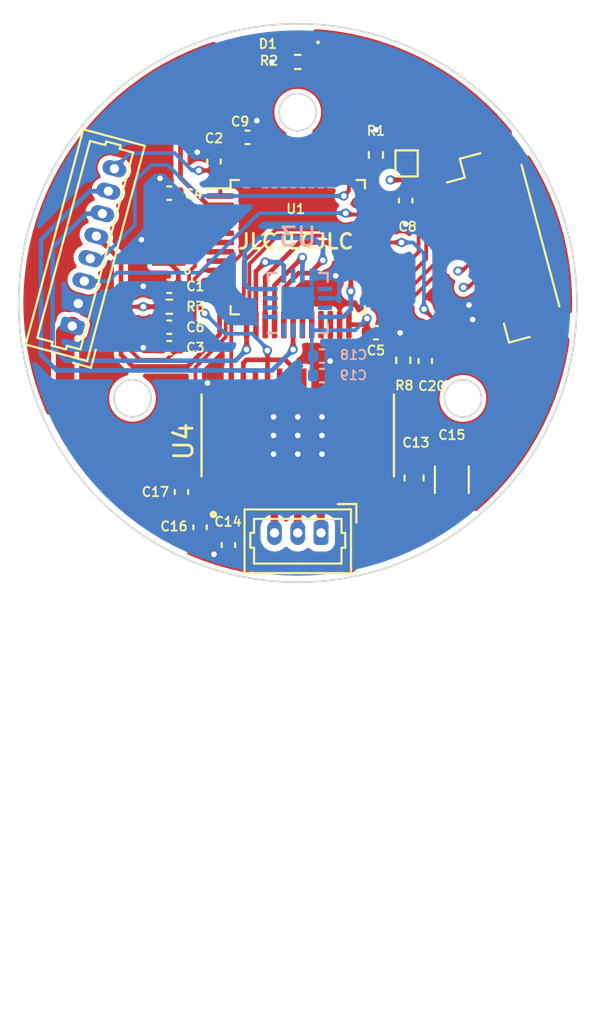
<source format=kicad_pcb>
(kicad_pcb (version 20211014) (generator pcbnew)
  (layers (0 "F.Cu" signal) (1 "In1.Cu" power) (2 "In2.Cu" power) (31 "B.Cu" signal) (34 "B.Paste" user) (35 "F.Paste" user) (36 "B.SilkS" user "B.Silkscreen") (37 "F.SilkS" user "F.Silkscreen") (38 "B.Mask" user) (39 "F.Mask" user) (44 "Edge.Cuts" user))
  (net 0 "")
  (net 1 "GND")
  (net 2 "HSE_OUT")
  (net 3 "+3V3")
  (net 4 "HSE_IN")
  (net 5 "Net-(C6-Pad1)")
  (net 6 "Net-(C17-Pad1)")
  (net 7 "Net-(C16-Pad1)")
  (net 8 "Net-(C17-Pad2)")
  (net 9 "Net-(D1-Pad1)")
  (net 10 "Net-(D1-Pad2)")
  (net 11 "W")
  (net 12 "V")
  (net 13 "U")
  (net 14 "USART2_RX")
  (net 15 "USART2_TX")
  (net 16 "SWCLK")
  (net 17 "SWDIO")
  (net 18 "+12V")
  (net 19 "Net-(JP1-Pad2)")
  (net 20 "I2C1_SCL")
  (net 21 "I2C1_SDA")
  (net 22 "ERROR")
  (net 24 "PWMC")
  (net 25 "PWMB")
  (net 26 "PWMA")
  (net 27 "EN1")
  (net 36 "Net-(C20-Pad1)")
  (net 37 "SPI2_MOSI")
  (net 38 "SPI2_MISO")
  (net 39 "SPI2_SCK")
  (net 40 "SPI2_CS")
  (net 42 "CS")
  (net 43 "SCK")
  (net 44 "MISO")
  (net 45 "MOSI")
  (net 46 "Button")
  (net 49 "USB_DM")
  (net 50 "USB_DP")
  (footprint "Capacitor_SMD:C_0402_1005Metric" (layer "F.Cu") (at 93.1 99.1 180)
    (fp_text reference "C1")
    (fp_text value "30PF")
  )
  (footprint "Capacitor_SMD:C_0402_1005Metric" (layer "F.Cu") (at 95.5 92.4 90)
    (fp_text reference "C2")
    (fp_text value "4u7")
  )
  (footprint "Capacitor_SMD:C_0402_1005Metric" (layer "F.Cu") (at 93.1 102.4 180)
    (fp_text reference "C3")
    (fp_text value "100nf")
  )
  (footprint "Capacitor_SMD:C_0402_1005Metric" (layer "F.Cu") (at 93.1 94.1 180)
    (fp_text reference "C4")
    (fp_text value "30PF")
  )
  (footprint "Capacitor_SMD:C_0402_1005Metric" (layer "F.Cu") (at 97.3 91.1)
    (fp_text reference "C9")
    (fp_text value "100nf")
  )
  (footprint "Capacitor_SMD:C_0402_1005Metric" (layer "F.Cu") (at 96.275 113 90)
    (fp_text reference "C14")
    (fp_text value "0.1uf")
  )
  (footprint "Capacitor_SMD:C_0402_1005Metric" (layer "F.Cu") (at 94.75 112.05 -90)
    (fp_text reference "C16")
    (fp_text value "0.1uf")
  )
  (footprint "Jumper:SoldJumper-2-P0.5mm_Open_RoundedPad" (layer "F.Cu") (at 105.9 92.5 90)
    (fp_text reference "JP1" hide)
    (fp_text value "SolderJumper_2_Open")
  )
  (footprint "Resistor_SMD:R_0402_1005Metric" (layer "F.Cu") (at 100 87.05 180)
    (fp_text reference "R2")
    (fp_text value "1K5")
  )
  (footprint "Resistor_SMD:R_0402_1005Metric" (layer "F.Cu") (at 105.67 103.08 -90)
    (fp_text reference "R8")
    (fp_text value "10K")
  )
  (footprint "Crystal:CSTCE8M00G55-R0" (layer "F.Cu") (at 93.07 96.6 90)
    (fp_text reference "Y1" hide)
    (fp_text value "Crystal_GND3_Small")
  )
  (footprint "Capacitor_SMD:C_0402_1005Metric" (layer "F.Cu") (at 104.2 101.6)
    (fp_text reference "C5")
    (fp_text value "100nf")
  )
  (footprint "Capacitor_SMD:C_0402_1005Metric" (layer "F.Cu") (at 93.75 110.15 -90)
    (fp_text reference "C17")
    (fp_text value "0.01uf")
  )
  (footprint "Capacitor_SMD:C_1206_3216Metric" (layer "F.Cu") (at 108.28 109.49 90)
    (fp_text reference "C15")
    (fp_text value "100uf")
  )
  (footprint "LED_SMD:LED_0402_1005Metric" (layer "F.Cu") (at 100 86 180)
    (fp_text reference "D1")
    (fp_text value "LED")
  )
  (footprint "Resistor_SMD:R_0402_1005Metric" (layer "F.Cu") (at 104.2 92.05 90)
    (fp_text reference "R1")
    (fp_text value "10K")
  )
  (footprint "Capacitor_SMD:C_0402_1005Metric" (layer "F.Cu") (at 106.85 103.11 90)
    (fp_text reference "C20")
    (fp_text value "0.47uf")
  )
  (footprint "Package_QFP:LQFP-48_7x7mm_P0.5mm" (layer "F.Cu") (at 100 97)
    (fp_text reference "U1")
    (fp_text value "STM32F103C8T6")
  )
  (footprint "Capacitor_SMD:C_0402_1005Metric" (layer "F.Cu") (at 105.8 94.5 -90)
    (fp_text reference "C8")
    (fp_text value "100nf")
  )
  (footprint "Capacitor_SMD:C_0402_1005Metric" (layer "F.Cu") (at 93.1 101.3 180)
    (fp_text reference "C6")
    (fp_text value "100nf")
  )
  (footprint "Connector_JST:JST_SH_BM08B-SRSS-TB_1x08-1MP_P1.00mm_Vertical" (layer "F.Cu") (at 111.1 96.9 -75)
    (fp_text reference "J2" hide)
    (fp_text value "Conn_01x08")
  )
  (footprint "Resistor_SMD:R_0402_1005Metric" (layer "F.Cu") (at 93.1 100.2)
    (fp_text reference "R3")
    (fp_text value "10K")
  )
  (footprint "Capacitor_SMD:C_0603_1608Metric" (layer "F.Cu") (at 106.25 109.4 90)
    (fp_text reference "C13")
    (fp_text value "0.1uf")
  )
  (footprint "DRV8313:IC_TPS61196PWPRQ1" (layer "F.Cu") (at 100 107.1175 90)
    (fp_text reference "U4")
    (fp_text value "DRV8313")
  )
  (footprint "Connector_Molex:Molex_PicoBlade_53047-0810_1x08_P1.25mm_Vertical" (layer "F.Cu") (at 87.882381 101.237036 75)
    (fp_text reference "J3" hide)
    (fp_text value "Conn_01x08")
  )
  (footprint "Connector_Molex:Molex_PicoBlade_53047-0310_1x03_P1.25mm_Vertical" (layer "F.Cu") (at 101.25 112.35 180)
    (fp_text reference "J1" hide)
    (fp_text value "Conn_01x03" hide)
  )
  (footprint "Package_DFN_QFN:QFN-16-1EP_3x3mm_P0.5mm_EP1.75x1.75mm" (layer "B.Cu") (at 100 100)
    (fp_text reference "U3")
    (fp_text value "MA730")
  )
  (footprint "Capacitor_SMD:C_0402_1005Metric" (layer "B.Cu") (at 101.3 102.85)
    (fp_text reference "C18")
    (fp_text value "100nf")
  )
  (footprint "Capacitor_SMD:C_0402_1005Metric" (layer "B.Cu") (at 101.3 103.9)
    (fp_text reference "C19")
    (fp_text value "10uf")
  )
  (gr_circle (center 91.119605 105.1187) (end 92.119605 105.1187) (layer "Edge.Cuts") (width 0.1) (fill none))
  (gr_circle (center 108.875406 105.127346) (end 109.875406 105.127346) (layer "Edge.Cuts") (width 0.1) (fill none))
  (gr_circle (center 100 89.75) (end 101 89.75) (layer "Edge.Cuts") (width 0.1) (fill none))
  (gr_circle (center 100 100) (end 115 100) (layer "Edge.Cuts") (width 0.1) (fill none))
  (gr_text "JLCJLCJLC" (at 99.9 96.7) (layer "F.SilkS") (effects (font (size 0.8 0.8))))
  (segment (start 104.1625 94.75) (end 105.57 94.75) (width 0.25) (layer "F.Cu") (net 1))
  (segment (start 104.35 102.5) (end 104.68 102.17) (width 0.25) (layer "F.Cu") (net 1))
  (segment (start 109.87225 99.65775) (end 109.42 100.11) (width 0.2) (layer "F.Cu") (net 1))
  (segment (start 104.2 91.54) (end 104.2 90.7) (width 0.25) (layer "F.Cu") (net 1))
  (segment (start 92.59 99.1) (end 91.7 99.1) (width 0.25) (layer "F.Cu") (net 1))
  (segment (start 110.467196 99.65775) (end 109.87225 99.65775) (width 0.2) (layer "F.Cu") (net 1))
  (segment (start 106.25 108.625) (end 106.25 108.15) (width 0.5) (layer "F.Cu") (net 1))
  (segment (start 97.75 91.13) (end 97.78 91.1) (width 0.25) (layer "F.Cu") (net 1))
  (segment (start 101.625 103.235) (end 101.625 104.3175) (width 0.2) (layer "F.Cu") (net 1))
  (segment (start 92.6 93.3) (end 92.6 94.08) (width 0.25) (layer "F.Cu") (net 1))
  (segment (start 102.55 102.5) (end 104.35 102.5) (width 0.25) (layer "F.Cu") (net 1))
  (segment (start 93.07 96.6) (end 91.6 96.6) (width 0.25) (layer "F.Cu") (net 1))
  (segment (start 97.75 92.8375) (end 97.75 91.13) (width 0.25) (layer "F.Cu") (net 1))
  (segment (start 102.25 102.2) (end 102.55 102.5) (width 0.25) (layer "F.Cu") (net 1))
  (segment (start 104.68 102.17) (end 104.68 101.6) (width 0.25) (layer "F.Cu") (net 1))
  (segment (start 94.62 91.92) (end 94.6 91.9) (width 0.25) (layer "F.Cu") (net 1))
  (segment (start 102.25 101.1625) (end 102.25 102.2) (width 0.25) (layer "F.Cu") (net 1))
  (segment (start 95.5 113.5) (end 95.52 113.48) (width 0.3) (layer "F.Cu") (net 1))
  (segment (start 100.975 104.3175) (end 101.625 104.3175) (width 0.2) (layer "F.Cu") (net 1))
  (segment (start 109.4 100.89) (end 110.459691 100.89) (width 0.2) (layer "F.Cu") (net 1))
  (segment (start 97.78 90.22) (end 97.8 90.2) (width 0.25) (layer "F.Cu") (net 1))
  (segment (start 106.85 102.14) (end 106.31 101.6) (width 0.2) (layer "F.Cu") (net 1))
  (segment (start 106.31 101.6) (end 105.5 101.6) (width 0.2) (layer "F.Cu") (net 1))
  (segment (start 109.42 100.11) (end 109.2 100.11) (width 0.2) (layer "F.Cu") (net 1))
  (segment (start 106.385 108.015) (end 108.28 108.015) (width 0.5) (layer "F.Cu") (net 1))
  (segment (start 106.25 108.15) (end 106.385 108.015) (width 0.5) (layer "F.Cu") (net 1))
  (segment (start 101.74 103.12) (end 101.625 103.235) (width 0.2) (layer "F.Cu") (net 1))
  (segment (start 95.5 91.92) (end 94.62 91.92) (width 0.25) (layer "F.Cu") (net 1))
  (segment (start 97.78 91.1) (end 97.78 90.22) (width 0.25) (layer "F.Cu") (net 1))
  (segment (start 97.75 96.6) (end 97.75 92.8375) (width 0.2) (layer "F.Cu") (net 1))
  (segment (start 99.675 109.9175) (end 99.675 108.4425) (width 0.25) (layer "F.Cu") (net 1))
  (segment (start 96.6 97.75) (end 97.75 96.6) (width 0.2) (layer "F.Cu") (net 1))
  (segment (start 105.8 94.98) (end 105.8 95.76) (width 0.25) (layer "F.Cu") (net 1))
  (segment (start 92.6 94.08) (end 92.62 94.1) (width 0.25) (layer "F.Cu") (net 1))
  (segment (start 92.62 102.4) (end 91.7 102.4) (width 0.25) (layer "F.Cu") (net 1))
  (segment (start 95.775 104.3175) (end 95.1675 104.3175) (width 0.2) (layer "F.Cu") (net 1))
  (segment (start 104.68 101.6) (end 105.5 101.6) (width 0.25) (layer "F.Cu") (net 1))
  (segment (start 105.57 94.75) (end 105.8 94.98) (width 0.25) (layer "F.Cu") (net 1))
  (segment (start 99.675 108.4425) (end 100 108.1175) (width 0.25) (layer "F.Cu") (net 1))
  (segment (start 110.459691 100.89) (end 110.726015 100.623676) (width 0.2) (layer "F.Cu") (net 1))
  (segment (start 106.85 102.63) (end 106.85 102.14) (width 0.2) (layer "F.Cu") (net 1))
  (segment (start 95.52 113.48) (end 96.275 113.48) (width 0.3) (layer "F.Cu") (net 1))
  (segment (start 92.62 101.3) (end 92.62 102.4) (width 0.25) (layer "F.Cu") (net 1))
  (segment (start 99.49 87.05) (end 98.6 87.05) (width 0.25) (layer "F.Cu") (net 1))
  (segment (start 95.1675 104.3175) (end 95.15 104.3) (width 0.2) (layer "F.Cu") (net 1))
  (segment (start 95.8375 97.75) (end 96.6 97.75) (width 0.2) (layer "F.Cu") (net 1))
  (via (at 95.5 113.5) (size 0.5) (drill 0.3) (layers "F.Cu" "B.Cu") (net 1))
  (via (at 91.7 102.4) (size 0.5) (drill 0.3) (layers "F.Cu" "B.Cu") (net 1))
  (via (at 109.4 100.89) (size 0.5) (drill 0.3) (layers "F.Cu" "B.Cu") (net 1))
  (via (at 92.6 93.3) (size 0.5) (drill 0.3) (layers "F.Cu" "B.Cu") (net 1))
  (via (at 105.8 95.76) (size 0.5) (drill 0.3) (layers "F.Cu" "B.Cu") (net 1))
  (via (at 91.7 99.1) (size 0.5) (drill 0.3) (layers "F.Cu" "B.Cu") (net 1))
  (via (at 98.6 87.05) (size 0.5) (drill 0.3) (layers "F.Cu" "B.Cu") (net 1))
  (via (at 105.5 101.6) (size 0.5) (drill 0.3) (layers "F.Cu" "B.Cu") (net 1))
  (via (at 95.15 104.3) (size 0.5) (drill 0.3) (layers "F.Cu" "B.Cu") (net 1))
  (via (at 91.6 96.6) (size 0.5) (drill 0.3) (layers "F.Cu" "B.Cu") (net 1))
  (via (at 109.2 100.11) (size 0.5) (drill 0.3) (layers "F.Cu" "B.Cu") (net 1))
  (via (at 102.0375 98.5375) (size 0.5) (drill 0.3) (layers "F.Cu" "B.Cu") (net 1))
  (via (at 97.8 90.2) (size 0.5) (drill 0.3) (layers "F.Cu" "B.Cu") (net 1))
  (via (at 101.74 103.12) (size 0.5) (drill 0.3) (layers "F.Cu" "B.Cu") (net 1))
  (via (at 104.2 90.7) (size 0.5) (drill 0.3) (layers "F.Cu" "B.Cu") (net 1))
  (via (at 94.6 91.9) (size 0.5) (drill 0.3) (layers "F.Cu" "B.Cu") (net 1))
  (segment (start 101.78 102.85) (end 101.78 103.9) (width 0.3) (layer "B.Cu") (net 1))
  (segment (start 102.225 98.725) (end 102.0375 98.5375) (width 0.2) (layer "B.Cu") (net 1))
  (segment (start 102.0375 98.5375) (end 100.75 98.5375) (width 0.2) (layer "B.Cu") (net 1))
  (segment (start 100.75 98.5375) (end 100.75 99.25) (width 0.2) (layer "B.Cu") (net 1))
  (segment (start 102.225 99.575) (end 102.225 98.725) (width 0.2) (layer "B.Cu") (net 1))
  (segment (start 101.4625 99.75) (end 102.05 99.75) (width 0.2) (layer "B.Cu") (net 1))
  (segment (start 102.05 99.75) (end 102.225 99.575) (width 0.2) (layer "B.Cu") (net 1))
  (segment (start 100.75 99.25) (end 100 100) (width 0.2) (layer "B.Cu") (net 1))
  (segment (start 94.82 96.75) (end 93.77 97.8) (width 0.25) (layer "F.Cu") (net 2))
  (segment (start 93.58 99.1) (end 93.58 98.31) (width 0.25) (layer "F.Cu") (net 2))
  (segment (start 93.77 97.8) (end 93.07 97.8) (width 0.25) (layer "F.Cu") (net 2))
  (segment (start 95.8375 96.75) (end 94.82 96.75) (width 0.25) (layer "F.Cu") (net 2))
  (segment (start 93.58 98.31) (end 93.07 97.8) (width 0.25) (layer "F.Cu") (net 2))
  (segment (start 90.92 100.4) (end 91.12 100.2) (width 0.2) (layer "F.Cu") (net 3))
  (segment (start 94.68 92.88) (end 95.5 92.88) (width 0.2) (layer "F.Cu") (net 3))
  (segment (start 97.25 91.53) (end 96.82 91.1) (width 0.25) (layer "F.Cu") (net 3))
  (segment (start 104.1625 94.25) (end 105.57 94.25) (width 0.25) (layer "F.Cu") (net 3))
  (segment (start 94.46 101.52) (end 93.58 102.4) (width 0.2) (layer "F.Cu") (net 3))
  (segment (start 105.8 93.39) (end 105.8 92.85) (width 0.25) (layer "F.Cu") (net 3))
  (segment (start 109.638176 98.691824) (end 109.17 99.16) (width 0.2) (layer "F.Cu") (net 3))
  (segment (start 94.91 98.25) (end 94.46 98.7) (width 0.2) (layer "F.Cu") (net 3))
  (segment (start 91.12 100.2) (end 91.7 100.2) (width 0.2) (layer "F.Cu") (net 3))
  (segment (start 105.8 94.02) (end 105.8 93.39) (width 0.25) (layer "F.Cu") (net 3))
  (segment (start 95.8375 93.6575) (end 95.8375 94.25) (width 0.2) (layer "F.Cu") (net 3))
  (segment (start 95.5 92.88) (end 95.5 93.32) (width 0.2) (layer "F.Cu") (net 3))
  (segment (start 109.17 99.16) (end 108.9 99.16) (width 0.2) (layer "F.Cu") (net 3))
  (segment (start 110.208377 98.691824) (end 109.638176 98.691824) (width 0.2) (layer "F.Cu") (net 3))
  (segment (start 103.72 101.1625) (end 103.72 101.6) (width 0.25) (layer "F.Cu") (net 3))
  (segment (start 95.5 93.32) (end 95.8375 93.6575) (width 0.2) (layer "F.Cu") (net 3))
  (segment (start 93.58 102.4) (end 93.58 102.41) (width 0.2) (layer "F.Cu") (net 3))
  (segment (start 91.52 103.05) (end 90.92 102.45) (width 0.2) (layer "F.Cu") (net 3))
  (segment (start 102.75 101.1625) (end 103.72 101.1625) (width 0.25) (layer "F.Cu") (net 3))
  (segment (start 95.8375 98.25) (end 94.91 98.25) (width 0.2) (layer "F.Cu") (net 3))
  (segment (start 108.84 98.28) (end 108.61 98.28) (width 0.2) (layer "F.Cu") (net 3))
  (segment (start 97.25 92.8375) (end 97.25 91.53) (width 0.25) (layer "F.Cu") (net 3))
  (segment (start 90.92 102.45) (end 90.92 100.4) (width 0.2) (layer "F.Cu") (net 3))
  (segment (start 103.72 101.6) (end 103.72 100.83) (width 0.25) (layer "F.Cu") (net 3))
  (segment (start 105.8 93.39) (end 104.97 93.39) (width 0.25) (layer "F.Cu") (net 3))
  (segment (start 95.5425 92.8375) (end 97.25 92.8375) (width 0.25) (layer "F.Cu") (net 3))
  (segment (start 92.94 103.05) (end 91.52 103.05) (width 0.2) (layer "F.Cu") (net 3))
  (segment (start 109.394102 97.725898) (end 108.84 98.28) (width 0.2) (layer "F.Cu") (net 3))
  (segment (start 109.949558 97.725898) (end 109.394102 97.725898) (width 0.2) (layer "F.Cu") (net 3))
  (segment (start 92.56 100.2) (end 91.7 100.2) (width 0.25) (layer "F.Cu") (net 3))
  (segment (start 93.58 102.41) (end 92.94 103.05) (width 0.2) (layer "F.Cu") (net 3))
  (segment (start 105.8 92.85) (end 105.85 92.8) (width 0.25) (layer "F.Cu") (net 3))
  (segment (start 105.57 94.25) (end 105.8 94.02) (width 0.25) (layer "F.Cu") (net 3))
  (segment (start 94.46 98.7) (end 94.46 101.52) (width 0.2) (layer "F.Cu") (net 3))
  (via (at 103.72 100.83) (size 0.5) (drill 0.3) (layers "F.Cu" "B.Cu") (net 3))
  (via (at 94.68 92.88) (size 0.5) (drill 0.3) (layers "F.Cu" "B.Cu") (net 3))
  (via (at 108.61 98.28) (size 0.5) (drill 0.3) (layers "F.Cu" "B.Cu") (net 3))
  (via (at 91.7 100.2) (size 0.5) (drill 0.3) (layers "F.Cu" "B.Cu") (net 3))
  (via (at 108.9 99.16) (size 0.5) (drill 0.3) (layers "F.Cu" "B.Cu") (net 3))
  (via (at 104.97 93.39) (size 0.5) (drill 0.3) (layers "F.Cu" "B.Cu") (net 3))
  (segment (start 94.68 92.88) (end 94.32 92.88) (width 0.2) (layer "B.Cu") (net 3))
  (segment (start 100.75 103.83) (end 100.82 103.9) (width 0.3) (layer "B.Cu") (net 3))
  (segment (start 90.982233 91.95) (end 90.147048 92.785185) (width 0.2) (layer "B.Cu") (net 3))
  (segment (start 94.32 92.88) (end 93.39 91.95) (width 0.2) (layer "B.Cu") (net 3))
  (segment (start 103.0875 101.4625) (end 103.72 100.83) (width 0.2) (layer "B.Cu") (net 3))
  (segment (start 93.39 91.95) (end 90.982233 91.95) (width 0.2) (layer "B.Cu") (net 3))
  (segment (start 100.75 101.4625) (end 100.75 103.83) (width 0.2) (layer "B.Cu") (net 3))
  (segment (start 100.75 101.4625) (end 103.0875 101.4625) (width 0.2) (layer "B.Cu") (net 3))
  (segment (start 93.65 94.25) (end 93.6 94.3) (width 0.25) (layer "F.Cu") (net 4))
  (segment (start 93.07 95.4) (end 93.77 95.4) (width 0.25) (layer "F.Cu") (net 4))
  (segment (start 93.6 94.87) (end 93.07 95.4) (width 0.25) (layer "F.Cu") (net 4))
  (segment (start 93.6 94.3) (end 93.6 94.87) (width 0.25) (layer "F.Cu") (net 4))
  (segment (start 94.62 96.25) (end 95.8375 96.25) (width 0.25) (layer "F.Cu") (net 4))
  (segment (start 93.77 95.4) (end 94.62 96.25) (width 0.25) (layer "F.Cu") (net 4))
  (segment (start 95.8375 97.25) (end 94.96 97.25) (width 0.2) (layer "F.Cu") (net 5))
  (segment (start 94.16048 99.64952) (end 93.61 100.2) (width 0.2) (layer "F.Cu") (net 5))
  (segment (start 93.58 101.3) (end 93.58 100.22) (width 0.25) (layer "F.Cu") (net 5))
  (segment (start 94.16048 98.32952) (end 94.16048 99.64952) (width 0.2) (layer "F.Cu") (net 5))
  (segment (start 94.48 97.73) (end 94.48 98.01) (width 0.2) (layer "F.Cu") (net 5))
  (segment (start 94.96 97.25) (end 94.48 97.73) (width 0.2) (layer "F.Cu") (net 5))
  (segment (start 94.48 98.01) (end 94.16048 98.32952) (width 0.2) (layer "F.Cu") (net 5))
  (segment (start 94.445 109.67) (end 94.6925 109.9175) (width 0.3) (layer "F.Cu") (net 6))
  (segment (start 94.6925 109.9175) (end 95.775 109.9175) (width 0.3) (layer "F.Cu") (net 6))
  (segment (start 93.75 109.67) (end 94.445 109.67) (width 0.3) (layer "F.Cu") (net 6))
  (segment (start 96.38 111.57) (end 97.075 110.875) (width 0.3) (layer "F.Cu") (net 7))
  (segment (start 94.75 111.57) (end 96.38 111.57) (width 0.3) (layer "F.Cu") (net 7))
  (segment (start 97.075 110.875) (end 97.075 109.9175) (width 0.3) (layer "F.Cu") (net 7))
  (segment (start 95.092011 110.967011) (end 94.755 110.63) (width 0.3) (layer "F.Cu") (net 8))
  (segment (start 96.174511 110.967011) (end 95.092011 110.967011) (width 0.3) (layer "F.Cu") (net 8))
  (segment (start 96.425 110.716522) (end 96.174511 110.967011) (width 0.3) (layer "F.Cu") (net 8))
  (segment (start 94.755 110.63) (end 93.75 110.63) (width 0.3) (layer "F.Cu") (net 8))
  (segment (start 96.425 109.9175) (end 96.425 110.716522) (width 0.3) (layer "F.Cu") (net 8))
  (segment (start 100.51 86.025) (end 100.485 86) (width 0.25) (layer "F.Cu") (net 9))
  (segment (start 100.51 87.05) (end 100.51 86.025) (width 0.25) (layer "F.Cu") (net 9))
  (segment (start 95.176415 94.75) (end 93.7 93.273585) (width 0.25) (layer "F.Cu") (net 10))
  (segment (start 93.7 93.273585) (end 93.7 88.6) (width 0.25) (layer "F.Cu") (net 10))
  (segment (start 96.3 86) (end 99.515 86) (width 0.25) (layer "F.Cu") (net 10))
  (segment (start 93.7 88.6) (end 96.3 86) (width 0.25) (layer "F.Cu") (net 10))
  (segment (start 95.8375 94.75) (end 95.176415 94.75) (width 0.25) (layer "F.Cu") (net 10))
  (segment (start 101.25 111.36) (end 101.25 112.35) (width 0.4) (layer "F.Cu") (net 11))
  (segment (start 100.975 109.9175) (end 100.975 111.085) (width 0.4) (layer "F.Cu") (net 11))
  (segment (start 100.975 111.085) (end 101.25 111.36) (width 0.4) (layer "F.Cu") (net 11))
  (segment (start 100 111.36) (end 100 112.35) (width 0.4) (layer "F.Cu") (net 12))
  (segment (start 100.325 109.9175) (end 100.325 111.035) (width 0.4) (layer "F.Cu") (net 12))
  (segment (start 100.325 111.035) (end 100 111.36) (width 0.4) (layer "F.Cu") (net 12))
  (segment (start 98.375 109.9175) (end 98.375 110.965) (width 0.4) (layer "F.Cu") (net 13))
  (segment (start 98.75 111.34) (end 98.75 112.35) (width 0.4) (layer "F.Cu") (net 13))
  (segment (start 98.375 110.965) (end 98.75 111.34) (width 0.4) (layer "F.Cu") (net 13))
  (segment (start 97.25 101.1625) (end 97.25 102.5) (width 0.25) (layer "F.Cu") (net 14))
  (via (at 97.25 102.5) (size 0.5) (drill 0.3) (layers "F.Cu" "B.Cu") (net 14))
  (segment (start 87.544296 103.1) (end 86.83 102.385704) (width 0.25) (layer "B.Cu") (net 14))
  (segment (start 86.83 97.02) (end 88.65 95.2) (width 0.25) (layer "B.Cu") (net 14))
  (segment (start 86.83 102.385704) (end 86.83 97.02) (width 0.25) (layer "B.Cu") (net 14))
  (segment (start 89.5 95.2) (end 88.65 95.2) (width 0.25) (layer "B.Cu") (net 14))
  (segment (start 96.65 103.1) (end 87.544296 103.1) (width 0.25) (layer "B.Cu") (net 14))
  (segment (start 97.25 102.5) (end 96.65 103.1) (width 0.25) (layer "B.Cu") (net 14))
  (segment (start 91.13 103.41) (end 90.5 102.78) (width 0.25) (layer "F.Cu") (net 15))
  (segment (start 90.5 97.730931) (end 89.176476 96.407407) (width 0.25) (layer "F.Cu") (net 15))
  (segment (start 90.5 102.78) (end 90.5 97.730931) (width 0.25) (layer "F.Cu") (net 15))
  (segment (start 95.8375 99.75) (end 95.8 99.7875) (width 0.25) (layer "F.Cu") (net 15))
  (segment (start 94.08 103.41) (end 91.13 103.41) (width 0.25) (layer "F.Cu") (net 15))
  (segment (start 95.8 99.7875) (end 95.8 101.69) (width 0.25) (layer "F.Cu") (net 15))
  (segment (start 95.8 101.69) (end 94.08 103.41) (width 0.25) (layer "F.Cu") (net 15))
  (segment (start 102.75 92.8375) (end 102.75 93.975) (width 0.2) (layer "F.Cu") (net 16))
  (segment (start 102.75 93.975) (end 102.475 94.25) (width 0.2) (layer "F.Cu") (net 16))
  (via (at 102.475 94.25) (size 0.5) (drill 0.3) (layers "F.Cu" "B.Cu") (net 16))
  (segment (start 94.68 94.25) (end 93.02 92.59) (width 0.2) (layer "B.Cu") (net 16))
  (segment (start 91.25 93.45) (end 91.25 95.825) (width 0.2) (layer "B.Cu") (net 16))
  (segment (start 91.25 95.825) (end 89.460186 97.614814) (width 0.2) (layer "B.Cu") (net 16))
  (segment (start 102.475 94.25) (end 94.68 94.25) (width 0.2) (layer "B.Cu") (net 16))
  (segment (start 89.460186 97.614814) (end 88.852952 97.614814) (width 0.2) (layer "B.Cu") (net 16))
  (segment (start 93.02 92.59) (end 92.11 92.59) (width 0.2) (layer "B.Cu") (net 16))
  (segment (start 92.11 92.59) (end 91.25 93.45) (width 0.2) (layer "B.Cu") (net 16))
  (segment (start 104.1625 95.25) (end 102.65 95.25) (width 0.2) (layer "F.Cu") (net 17))
  (segment (start 102.65 95.25) (end 102.575 95.175) (width 0.2) (layer "F.Cu") (net 17))
  (via (at 102.575 95.175) (size 0.5) (drill 0.3) (layers "F.Cu" "B.Cu") (net 17))
  (segment (start 102.575 95.175) (end 97.925 95.175) (width 0.2) (layer "B.Cu") (net 17))
  (segment (start 90.275 98.375) (end 89.827779 98.822221) (width 0.2) (layer "B.Cu") (net 17))
  (segment (start 97.925 95.175) (end 94.725 98.375) (width 0.2) (layer "B.Cu") (net 17))
  (segment (start 94.725 98.375) (end 90.275 98.375) (width 0.2) (layer "B.Cu") (net 17))
  (segment (start 89.827779 98.822221) (end 88.529429 98.822221) (width 0.2) (layer "B.Cu") (net 17))
  (segment (start 103 112.25) (end 102.275 111.525) (width 0.4) (layer "F.Cu") (net 18))
  (segment (start 105.5 112.25) (end 104.5 112.25) (width 1) (layer "F.Cu") (net 18))
  (segment (start 97.725 111.07) (end 97.725 109.9175) (width 0.4) (layer "F.Cu") (net 18))
  (segment (start 96.275 112.52) (end 97.725 111.07) (width 0.4) (layer "F.Cu") (net 18))
  (segment (start 102.275 111.525) (end 102.275 109.9175) (width 0.4) (layer "F.Cu") (net 18))
  (segment (start 106.25 111.5) (end 106.25 110.175) (width 1) (layer "F.Cu") (net 18))
  (segment (start 96.77 112.52) (end 96.275 112.52) (width 1) (layer "F.Cu") (net 18))
  (segment (start 104.5 112.25) (end 102.75 114) (width 1) (layer "F.Cu") (net 18))
  (segment (start 94.75 112.53) (end 93.985 112.53) (width 1) (layer "F.Cu") (net 18))
  (segment (start 105.5 112.25) (end 103 112.25) (width 0.4) (layer "F.Cu") (net 18))
  (segment (start 107.49 110.175) (end 106.25 110.175) (width 1) (layer "F.Cu") (net 18))
  (segment (start 98.25 114) (end 96.77 112.52) (width 1) (layer "F.Cu") (net 18))
  (segment (start 105.5 112.25) (end 106.25 111.5) (width 1) (layer "F.Cu") (net 18))
  (segment (start 87.882381 106.427381) (end 87.5 106.045) (width 1) (layer "F.Cu") (net 18))
  (segment (start 94.75 112.53) (end 96.24 112.53) (width 1) (layer "F.Cu") (net 18))
  (segment (start 108.28 110.965) (end 107.49 110.175) (width 1) (layer "F.Cu") (net 18))
  (segment (start 87.5 106.045) (end 87.5 101.619417) (width 1) (layer "F.Cu") (net 18))
  (segment (start 93.985 112.53) (end 87.882381 106.427381) (width 1) (layer "F.Cu") (net 18))
  (segment (start 102.75 114) (end 98.25 114) (width 1) (layer "F.Cu") (net 18))
  (segment (start 87.5 101.619417) (end 87.882381 101.237036) (width 1) (layer "F.Cu") (net 18))
  (segment (start 104.2 92.56) (end 104.56 92.2) (width 0.25) (layer "F.Cu") (net 19))
  (segment (start 99.25 91.65) (end 99.25 92.8375) (width 0.25) (layer "F.Cu") (net 19))
  (segment (start 104.2 92.56) (end 102.94 91.3) (width 0.25) (layer "F.Cu") (net 19))
  (segment (start 99.6 91.3) (end 99.25 91.65) (width 0.25) (layer "F.Cu") (net 19))
  (segment (start 102.94 91.3) (end 99.6 91.3) (width 0.25) (layer "F.Cu") (net 19))
  (segment (start 104.56 92.2) (end 105.85 92.2) (width 0.25) (layer "F.Cu") (net 19))
  (segment (start 105.67 102.57) (end 104.88 102.57) (width 0.2) (layer "F.Cu") (net 22))
  (segment (start 102.275 102.775) (end 102.275 103.025) (width 0.25) (layer "F.Cu") (net 22))
  (segment (start 102.275 103.025) (end 102.275 104.3175) (width 0.25) (layer "F.Cu") (net 22))
  (segment (start 101.75 101.1625) (end 101.75 102.25) (width 0.25) (layer "F.Cu") (net 22))
  (segment (start 104.425 103.025) (end 102.275 103.025) (width 0.2) (layer "F.Cu") (net 22))
  (segment (start 101.75 102.25) (end 102.275 102.775) (width 0.25) (layer "F.Cu") (net 22))
  (segment (start 104.88 102.57) (end 104.425 103.025) (width 0.2) (layer "F.Cu") (net 22))
  (segment (start 107.55 103.97) (end 106.07 105.45) (width 0.2) (layer "F.Cu") (net 24))
  (segment (start 106.07 105.45) (end 99.458478 105.45) (width 0.2) (layer "F.Cu") (net 24))
  (segment (start 104.1625 96.75) (end 105.58 96.75) (width 0.2) (layer "F.Cu") (net 24))
  (segment (start 107.55 101.1) (end 107.55 103.97) (width 0.2) (layer "F.Cu") (net 24))
  (segment (start 106.78 100.33) (end 107.55 101.1) (width 0.2) (layer "F.Cu") (net 24))
  (segment (start 99.458478 105.45) (end 99.025 105.016522) (width 0.2) (layer "F.Cu") (net 24))
  (segment (start 99.025 105.016522) (end 99.025 104.3175) (width 0.2) (layer "F.Cu") (net 24))
  (via (at 106.78 100.33) (size 0.5) (drill 0.3) (layers "F.Cu" "B.Cu") (net 24))
  (via (at 105.58 96.75) (size 0.5) (drill 0.3) (layers "F.Cu" "B.Cu") (net 24))
  (segment (start 105.58 96.75) (end 106.19 96.75) (width 0.2) (layer "B.Cu") (net 24))
  (segment (start 106.19 96.75) (end 106.78 97.34) (width 0.2) (layer "B.Cu") (net 24))
  (segment (start 106.78 97.34) (end 106.78 100.33) (width 0.2) (layer "B.Cu") (net 24))
  (segment (start 95 105.45) (end 94.5 104.95) (width 0.2) (layer "F.Cu") (net 25))
  (segment (start 101.85 96.05) (end 103.05 97.25) (width 0.2) (layer "F.Cu") (net 25))
  (segment (start 103.05 97.25) (end 104.1625 97.25) (width 0.2) (layer "F.Cu") (net 25))
  (segment (start 97.1 97.776414) (end 98.826414 96.05) (width 0.2) (layer "F.Cu") (net 25))
  (segment (start 97.725 105.225) (end 97.5 105.45) (width 0.2) (layer "F.Cu") (net 25))
  (segment (start 98.826414 96.05) (end 101.85 96.05) (width 0.2) (layer "F.Cu") (net 25))
  (segment (start 97.725 104.3175) (end 97.725 105.225) (width 0.2) (layer "F.Cu") (net 25))
  (segment (start 97.1 99.676414) (end 97.1 97.776414) (width 0.2) (layer "F.Cu") (net 25))
  (segment (start 94.5 104.95) (end 94.5 103.46) (width 0.2) (layer "F.Cu") (net 25))
  (segment (start 94.5 103.46) (end 96.12548 101.83452) (width 0.2) (layer "F.Cu") (net 25))
  (segment (start 96.12548 100.650934) (end 97.1 99.676414) (width 0.2) (layer "F.Cu") (net 25))
  (segment (start 96.12548 101.83452) (end 96.12548 100.650934) (width 0.2) (layer "F.Cu") (net 25))
  (segment (start 97.5 105.45) (end 95 105.45) (width 0.2) (layer "F.Cu") (net 25))
  (segment (start 103.126414 97.75) (end 104.1625 97.75) (width 0.2) (layer "F.Cu") (net 26))
  (segment (start 97.4 99.8) (end 97.4 97.9) (width 0.2) (layer "F.Cu") (net 26))
  (segment (start 96.425 104.3175) (end 96.425 100.775) (width 0.2) (layer "F.Cu") (net 26))
  (segment (start 101.756414 96.38) (end 103.126414 97.75) (width 0.2) (layer "F.Cu") (net 26))
  (segment (start 98.92 96.38) (end 101.756414 96.38) (width 0.2) (layer "F.Cu") (net 26))
  (segment (start 97.4 97.9) (end 98.92 96.38) (width 0.2) (layer "F.Cu") (net 26))
  (segment (start 96.425 100.775) (end 97.4 99.8) (width 0.2) (layer "F.Cu") (net 26))
  (segment (start 99.325 103.05) (end 98.7 103.05) (width 0.25) (layer "F.Cu") (net 27))
  (segment (start 94.96 98.75) (end 95.8375 98.75) (width 0.2) (layer "F.Cu") (net 27))
  (segment (start 97.25 103.05) (end 97.075 103.225) (width 0.25) (layer "F.Cu") (net 27))
  (segment (start 99.675 103.4) (end 99.325 103.05) (width 0.25) (layer "F.Cu") (net 27))
  (segment (start 98.7 103.05) (end 98.375 103.05) (width 0.25) (layer "F.Cu") (net 27))
  (segment (start 97.075 103.225) (end 97.075 104.3175) (width 0.25) (layer "F.Cu") (net 27))
  (segment (start 95 100.55) (end 94.76 100.31) (width 0.2) (layer "F.Cu") (net 27))
  (segment (start 98.7 103.05) (end 97.25 103.05) (width 0.25) (layer "F.Cu") (net 27))
  (segment (start 98.375 103.05) (end 98.375 104.3175) (width 0.25) (layer "F.Cu") (net 27))
  (segment (start 94.76 98.95) (end 94.96 98.75) (width 0.2) (layer "F.Cu") (net 27))
  (segment (start 99.675 104.3175) (end 99.675 103.4) (width 0.25) (layer "F.Cu") (net 27))
  (segment (start 98.375 102.555) (end 98.375 103.05) (width 0.2) (layer "F.Cu") (net 27))
  (segment (start 94.76 100.31) (end 94.76 98.95) (width 0.2) (layer "F.Cu") (net 27))
  (segment (start 98.37 102.55) (end 98.375 102.555) (width 0.2) (layer "F.Cu") (net 27))
  (via (at 95 100.55) (size 0.5) (drill 0.3) (layers "F.Cu" "B.Cu") (net 27))
  (via (at 98.37 102.55) (size 0.5) (drill 0.3) (layers "F.Cu" "B.Cu") (net 27))
  (segment (start 97.55 101.65) (end 96.1 101.65) (width 0.2) (layer "B.Cu") (net 27))
  (segment (start 98.37 102.55) (end 98.37 102.47) (width 0.2) (layer "B.Cu") (net 27))
  (segment (start 98.37 102.47) (end 97.55 101.65) (width 0.2) (layer "B.Cu") (net 27))
  (segment (start 96.1 101.65) (end 95 100.55) (width 0.2) (layer "B.Cu") (net 27))
  (segment (start 105.67 103.59) (end 104.9425 104.3175) (width 0.2) (layer "F.Cu") (net 36))
  (segment (start 106.85 103.59) (end 105.67 103.59) (width 0.2) (layer "F.Cu") (net 36))
  (segment (start 104.9425 104.3175) (end 102.925 104.3175) (width 0.2) (layer "F.Cu") (net 36))
  (segment (start 105.51 98.25) (end 106.49 97.27) (width 0.2) (layer "F.Cu") (net 37))
  (segment (start 106.49 97.27) (end 106.49 95.69) (width 0.2) (layer "F.Cu") (net 37))
  (segment (start 108.317805 93.862195) (end 108.914282 93.862195) (width 0.2) (layer "F.Cu") (net 37))
  (segment (start 106.49 95.69) (end 108.317805 93.862195) (width 0.2) (layer "F.Cu") (net 37))
  (segment (start 104.1625 98.25) (end 105.51 98.25) (width 0.2) (layer "F.Cu") (net 37))
  (segment (start 106.9 97.63) (end 106.9 96.54) (width 0.2) (layer "F.Cu") (net 38))
  (segment (start 104.1625 98.75) (end 105.78 98.75) (width 0.2) (layer "F.Cu") (net 38))
  (segment (start 105.78 98.75) (end 106.9 97.63) (width 0.2) (layer "F.Cu") (net 38))
  (segment (start 106.9 96.54) (end 108.611879 94.828121) (width 0.2) (layer "F.Cu") (net 38))
  (segment (start 108.611879 94.828121) (end 109.173101 94.828121) (width 0.2) (layer "F.Cu") (net 38))
  (segment (start 105.99 99.26) (end 107.4 97.85) (width 0.2) (layer "F.Cu") (net 39))
  (segment (start 108.925954 95.794046) (end 109.43192 95.794046) (width 0.2) (layer "F.Cu") (net 39))
  (segment (start 104.788229 99.25) (end 104.798229 99.26) (width 0.2) (layer "F.Cu") (net 39))
  (segment (start 107.4 97.32) (end 108.925954 95.794046) (width 0.2) (layer "F.Cu") (net 39))
  (segment (start 104.798229 99.26) (end 105.99 99.26) (width 0.2) (layer "F.Cu") (net 39))
  (segment (start 107.4 97.85) (end 107.4 97.32) (width 0.2) (layer "F.Cu") (net 39))
  (segment (start 104.1625 99.25) (end 104.788229 99.25) (width 0.2) (layer "F.Cu") (net 39))
  (segment (start 106.14 99.75) (end 109.130028 96.759972) (width 0.2) (layer "F.Cu") (net 40))
  (segment (start 109.130028 96.759972) (end 109.690739 96.759972) (width 0.2) (layer "F.Cu") (net 40))
  (segment (start 104.1625 99.75) (end 106.14 99.75) (width 0.2) (layer "F.Cu") (net 40))
  (segment (start 98.25 97.8) (end 97.75 98.3) (width 0.25) (layer "F.Cu") (net 42))
  (segment (start 97.75 98.3) (end 97.75 101.1625) (width 0.25) (layer "F.Cu") (net 42))
  (via (at 98.25 97.8) (size 0.5) (drill 0.3) (layers "F.Cu" "B.Cu") (net 42))
  (segment (start 98.25 97.8) (end 99.05 97.8) (width 0.25) (layer "B.Cu") (net 42))
  (segment (start 99.05 97.8) (end 99.25 98) (width 0.25) (layer "B.Cu") (net 42))
  (segment (start 99.25 98) (end 99.25 98.5375) (width 0.25) (layer "B.Cu") (net 42))
  (segment (start 98.25 98.6) (end 98.25 101.1625) (width 0.25) (layer "F.Cu") (net 43))
  (segment (start 101.6 96.75) (end 100.1 96.75) (width 0.25) (layer "F.Cu") (net 43))
  (segment (start 102.85 98) (end 101.6 96.75) (width 0.25) (layer "F.Cu") (net 43))
  (segment (start 102.85 99.375) (end 102.85 98) (width 0.25) (layer "F.Cu") (net 43))
  (segment (start 100.1 96.75) (end 98.25 98.6) (width 0.25) (layer "F.Cu") (net 43))
  (via (at 102.85 99.375) (size 0.5) (drill 0.3) (layers "F.Cu" "B.Cu") (net 43))
  (segment (start 102.85 100.35) (end 102.45 100.75) (width 0.25) (layer "B.Cu") (net 43))
  (segment (start 102.45 100.75) (end 101.4625 100.75) (width 0.25) (layer "B.Cu") (net 43))
  (segment (start 102.85 99.375) (end 102.85 100.35) (width 0.25) (layer "B.Cu") (net 43))
  (segment (start 98.75 99.05) (end 98.75 101.1625) (width 0.25) (layer "F.Cu") (net 44))
  (segment (start 100.25 97.55) (end 98.75 99.05) (width 0.25) (layer "F.Cu") (net 44))
  (via (at 100.25 97.55) (size 0.5) (drill 0.3) (layers "F.Cu" "B.Cu") (net 44))
  (segment (start 100.25 97.55) (end 100.25 98.5375) (width 0.25) (layer "B.Cu") (net 44))
  (segment (start 100.65 98.4) (end 100.05 98.4) (width 0.25) (layer "F.Cu") (net 45))
  (segment (start 101.35 97.7) (end 100.65 98.4) (width 0.25) (layer "F.Cu") (net 45))
  (segment (start 100.05 98.4) (end 99.25 99.2) (width 0.25) (layer "F.Cu") (net 45))
  (segment (start 99.25 99.2) (end 99.25 101.1625) (width 0.25) (layer "F.Cu") (net 45))
  (via (at 101.35 97.7) (size 0.5) (drill 0.3) (layers "F.Cu" "B.Cu") (net 45))
  (segment (start 97.4 99.25) (end 98.5375 99.25) (width 0.25) (layer "B.Cu") (net 45))
  (segment (start 101.35 97) (end 100.85 96.5) (width 0.25) (layer "B.Cu") (net 45))
  (segment (start 97.15 97.25) (end 97.15 99) (width 0.25) (layer "B.Cu") (net 45))
  (segment (start 97.15 99) (end 97.4 99.25) (width 0.25) (layer "B.Cu") (net 45))
  (segment (start 101.35 97.7) (end 101.35 97) (width 0.25) (layer "B.Cu") (net 45))
  (segment (start 97.9 96.5) (end 97.15 97.25) (width 0.25) (layer "B.Cu") (net 45))
  (segment (start 100.85 96.5) (end 97.9 96.5) (width 0.25) (layer "B.Cu") (net 45))
  (segment (start 99.75 101.1625) (end 99.75 102.5) (width 0.25) (layer "F.Cu") (net 46))
  (via (at 99.75 102.5) (size 0.5) (drill 0.3) (layers "F.Cu" "B.Cu") (net 46))
  (segment (start 98.625 103.625) (end 87.05 103.625) (width 0.25) (layer "B.Cu") (net 46))
  (segment (start 86.2 96.6) (end 88.807408 93.992592) (width 0.25) (layer "B.Cu") (net 46))
  (segment (start 87.05 103.625) (end 86.2 102.775) (width 0.25) (layer "B.Cu") (net 46))
  (segment (start 86.2 102.775) (end 86.2 96.6) (width 0.25) (layer "B.Cu") (net 46))
  (segment (start 88.807408 93.992592) (end 89.823524 93.992592) (width 0.25) (layer "B.Cu") (net 46))
  (segment (start 99.75 102.5) (end 98.625 103.625) (width 0.25) (layer "B.Cu") (net 46))
  (zone (net 1) (net_name "GND") (layer "F.Cu") (connect_pads yes (clearance 0.254)) (min_thickness 0.254) (fill yes (thermal_gap 0.508) (thermal_bridge_width 0.508))
    (polygon (pts (xy 116 115.9) (xy 84 115.9) (xy 84 84) (xy 116 84)))
  )
  (zone (net 3) (net_name "+3V3") (layer "F.Cu") (priority 16962) (connect_pads yes (clearance 0)) (min_thickness 0.0254) (fill yes (thermal_gap 0.508) (thermal_bridge_width 0.508))
    (polygon (pts (xy 95.17 92.78) (xy 95.114668 92.778466) (xy 95.067815 92.773991) (xy 95.027697 92.766765) (xy 94.992569 92.756975) (xy 94.960688 92.744811) (xy 94.930311 92.730463) (xy 94.899695 92.714118) (xy 94.867095 92.695967) (xy 94.830769 92.676197) (xy 94.788972 92.655) (xy 94.555 92.88) (xy 94.788972 93.105) (xy 94.830769 93.083802) (xy 94.867095 93.064032) (xy 94.899695 93.045881) (xy 94.930311 93.029536) (xy 94.960688 93.015188) (xy 94.992569 93.003024) (xy 95.027697 92.993234) (xy 95.067815 92.986008) (xy 95.114668 92.981533) (xy 95.17 92.98)))
  )
  (zone (net 46) (net_name "Button") (layer "F.Cu") (priority 16962) (connect_pads yes (clearance 0)) (min_thickness 0.0254) (fill yes (thermal_gap 0.508) (thermal_bridge_width 0.508))
    (polygon (pts (xy 99.875 101.4525) (xy 99.87475 101.419985) (xy 99.874158 101.389855) (xy 99.873455 101.362054) (xy 99.872874 101.336525) (xy 99.872649 101.31321) (xy 99.873012 101.292054) (xy 99.874195 101.273) (xy 99.876433 101.255991) (xy 99.879956 101.240971) (xy 99.885 101.227883) (xy 99.75 101.0875) (xy 99.615 101.227883) (xy 99.620043 101.240971) (xy 99.623566 101.255991) (xy 99.625804 101.273) (xy 99.626987 101.292054) (xy 99.62735 101.31321) (xy 99.627125 101.336525) (xy 99.626544 101.362054) (xy 99.625841 101.389855) (xy 99.625249 101.419985) (xy 99.625 101.4525)))
  )
  (zone (net 15) (net_name "USART2_TX") (layer "F.Cu") (priority 16962) (connect_pads yes (clearance 0)) (min_thickness 0.0254) (fill yes (thermal_gap 0.508) (thermal_bridge_width 0.508))
    (polygon (pts (xy 89.823478 96.877632) (xy 89.761822 96.811356) (xy 89.714891 96.751144) (xy 89.680059 96.695231) (xy 89.654698 96.641856) (xy 89.636182 96.589253) (xy 89.621883 96.535661) (xy 89.609175 96.479317) (xy 89.595429 96.418457) (xy 89.578021 96.351318) (xy 89.554322 96.276137) (xy 89.035055 96.265986) (xy 89.045206 96.785253) (xy 89.120387 96.808952) (xy 89.187526 96.82636) (xy 89.248386 96.840106) (xy 89.30473 96.852814) (xy 89.358322 96.867113) (xy 89.410925 96.885629) (xy 89.4643 96.91099) (xy 89.520213 96.945822) (xy 89.580425 96.992753) (xy 89.646701 97.054409)))
  )
  (zone (net 24) (net_name "PWMC") (layer "F.Cu") (priority 16962) (connect_pads yes (clearance 0)) (min_thickness 0.0254) (fill yes (thermal_gap 0.508) (thermal_bridge_width 0.508))
    (polygon (pts (xy 99.125 104.6075) (xy 99.125043 104.575523) (xy 99.12531 104.547367) (xy 99.126005 104.52239) (xy 99.127331 104.499955) (xy 99.129494 104.47942) (xy 99.132697 104.460147) (xy 99.137145 104.441497) (xy 99.143042 104.422828) (xy 99.150592 104.403504) (xy 99.16 104.382883) (xy 99.025 104.2425) (xy 98.89 104.382883) (xy 98.899407 104.403504) (xy 98.906957 104.422828) (xy 98.912854 104.441497) (xy 98.917302 104.460147) (xy 98.920505 104.47942) (xy 98.922668 104.499955) (xy 98.923994 104.52239) (xy 98.924689 104.547367) (xy 98.924956 104.575523) (xy 98.925 104.6075)))
  )
  (zone (net 40) (net_name "SPI2_CS") (layer "F.Cu") (priority 16962) (connect_pads yes (clearance 0)) (min_thickness 0.0254) (fill yes (thermal_gap 0.508) (thermal_bridge_width 0.508))
    (polygon (pts (xy 104.4525 99.65) (xy 104.420523 99.649956) (xy 104.392367 99.649689) (xy 104.36739 99.648994) (xy 104.344955 99.647668) (xy 104.32442 99.645505) (xy 104.305147 99.642302) (xy 104.286497 99.637854) (xy 104.267828 99.631957) (xy 104.248504 99.624407) (xy 104.227883 99.615) (xy 104.0875 99.75) (xy 104.227883 99.885) (xy 104.248504 99.875592) (xy 104.267828 99.868042) (xy 104.286497 99.862145) (xy 104.305147 99.857697) (xy 104.32442 99.854494) (xy 104.344955 99.852331) (xy 104.36739 99.851005) (xy 104.392367 99.85031) (xy 104.420523 99.850043) (xy 104.4525 99.85)))
  )
  (zone (net 40) (net_name "SPI2_CS") (layer "F.Cu") (priority 16962) (connect_pads yes (clearance 0)) (min_thickness 0.0254) (fill yes (thermal_gap 0.508) (thermal_bridge_width 0.508))
    (polygon (pts (xy 109.172957 96.858464) (xy 109.21579 96.82478) (xy 109.255133 96.811301) (xy 109.291952 96.814686) (xy 109.327209 96.831594) (xy 109.361869 96.858686) (xy 109.396898 96.89262) (xy 109.433258 96.930056) (xy 109.471914 96.967654) (xy 109.513831 97.002072) (xy 109.559973 97.029972) (xy 109.840739 96.759972) (xy 109.478607 96.54784) (xy 109.435744 96.582922) (xy 109.393172 96.604375) (xy 109.35063 96.615797) (xy 109.307852 96.620784) (xy 109.264578 96.622934) (xy 109.220542 96.625845) (xy 109.175483 96.633114) (xy 109.129138 96.648338) (xy 109.081243 96.675115) (xy 109.031536 96.717043)))
  )
  (zone (net 46) (net_name "Button") (layer "F.Cu") (priority 16962) (connect_pads yes (clearance 0)) (min_thickness 0.0254) (fill yes (thermal_gap 0.508) (thermal_bridge_width 0.508))
    (polygon (pts (xy 99.625 102.01) (xy 99.624054 102.064702) (xy 99.621193 102.111647) (xy 99.616381 102.15236) (xy 99.609581 102.188368) (xy 99.600756 102.221195) (xy 99.589871 102.252368) (xy 99.576889 102.283411) (xy 99.561774 102.315852) (xy 99.54449 102.351216) (xy 99.525 102.391028) (xy 99.75 102.625) (xy 99.975 102.391028) (xy 99.955509 102.351216) (xy 99.938225 102.315852) (xy 99.92311 102.283411) (xy 99.910128 102.252368) (xy 99.899243 102.221195) (xy 99.890418 102.188368) (xy 99.883618 102.15236) (xy 99.878806 102.111647) (xy 99.875945 102.064702) (xy 99.875 102.01)))
  )
  (zone (net 5) (net_name "Net-(C6-Pad1)") (layer "F.Cu") (priority 16962) (connect_pads yes (clearance 0)) (min_thickness 0.0254) (fill yes (thermal_gap 0.508) (thermal_bridge_width 0.508))
    (polygon (pts (xy 95.5475 97.35) (xy 95.579476 97.350043) (xy 95.607632 97.35031) (xy 95.632609 97.351005) (xy 95.655044 97.352331) (xy 95.675579 97.354494) (xy 95.694852 97.357697) (xy 95.713502 97.362145) (xy 95.732171 97.368042) (xy 95.751495 97.375592) (xy 95.772117 97.385) (xy 95.9125 97.25) (xy 95.772117 97.115) (xy 95.751495 97.124407) (xy 95.732171 97.131957) (xy 95.713502 97.137854) (xy 95.694852 97.142302) (xy 95.675579 97.145505) (xy 95.655044 97.147668) (xy 95.632609 97.148994) (xy 95.607632 97.149689) (xy 95.579476 97.149956) (xy 95.5475 97.15)))
  )
  (zone (net 3) (net_name "+3V3") (layer "F.Cu") (priority 16962) (connect_pads yes (clearance 0)) (min_thickness 0.0254) (fill yes (thermal_gap 0.508) (thermal_bridge_width 0.508))
    (polygon (pts (xy 103.595 101.05) (xy 103.593596 101.111776) (xy 103.589444 101.164414) (xy 103.582634 101.20976) (xy 103.573253 101.249658) (xy 103.561393 101.285953) (xy 103.54714 101.32049) (xy 103.530586 101.355113) (xy 103.511818 101.391668) (xy 103.490926 101.431999) (xy 103.468 101.477951) (xy 103.72 101.74) (xy 103.972 101.477951) (xy 103.949073 101.431999) (xy 103.928181 101.391668) (xy 103.909413 101.355113) (xy 103.892859 101.32049) (xy 103.878606 101.285953) (xy 103.866746 101.249658) (xy 103.857365 101.20976) (xy 103.850555 101.164414) (xy 103.846403 101.111776) (xy 103.845 101.05)))
  )
  (zone (net 22) (net_name "ERROR") (layer "F.Cu") (priority 16962) (connect_pads yes (clearance 0)) (min_thickness 0.0254) (fill yes (thermal_gap 0.508) (thermal_bridge_width 0.508))
    (polygon (pts (xy 105.14 102.67) (xy 105.200107 102.671843) (xy 105.250811 102.677191) (xy 105.294064 102.685766) (xy 105.331821 102.697294) (xy 105.366033 102.711497) (xy 105.398656 102.728101) (xy 105.431641 102.746829) (xy 105.466943 102.767405) (xy 105.506515 102.789554) (xy 105.55231 102.813) (xy 105.805 102.57) (xy 105.55231 102.327) (xy 105.506515 102.350445) (xy 105.466943 102.372594) (xy 105.431641 102.39317) (xy 105.398656 102.411898) (xy 105.366033 102.428502) (xy 105.331821 102.442705) (xy 105.294064 102.454233) (xy 105.250811 102.462808) (xy 105.200107 102.468156) (xy 105.14 102.47)))
  )
  (zone (net 7) (net_name "Net-(C16-Pad1)") (layer "F.Cu") (priority 16962) (connect_pads yes (clearance 0)) (min_thickness 0.0254) (fill yes (thermal_gap 0.508) (thermal_bridge_width 0.508))
    (polygon (pts (xy 95.3 111.42) (xy 95.238758 111.419175) (xy 95.185936 111.416614) (xy 95.139913 111.412186) (xy 95.09907 111.405762) (xy 95.061785 111.397211) (xy 95.02644 111.386403) (xy 94.991413 111.373208) (xy 94.955086 111.357496) (xy 94.915838 111.339137) (xy 94.872049 111.318) (xy 94.61 111.57) (xy 94.872049 111.822) (xy 94.915838 111.800862) (xy 94.955086 111.782503) (xy 94.991413 111.766791) (xy 95.02644 111.753596) (xy 95.061785 111.742788) (xy 95.09907 111.734237) (xy 95.139913 111.727813) (xy 95.185936 111.723385) (xy 95.238758 111.720824) (xy 95.3 111.72)))
  )
  (zone (net 36) (net_name "Net-(C20-Pad1)") (layer "F.Cu") (priority 16962) (connect_pads yes (clearance 0)) (min_thickness 0.0254) (fill yes (thermal_gap 0.508) (thermal_bridge_width 0.508))
    (polygon (pts (xy 106.3 103.69) (xy 106.362501 103.691999) (xy 106.415135 103.697784) (xy 106.459959 103.707035) (xy 106.499032 103.719432) (xy 106.534411 103.734656) (xy 106.568156 103.752388) (xy 106.602324 103.772308) (xy 106.638974 103.794096) (xy 106.680163 103.817433) (xy 106.727951 103.842) (xy 106.99 103.59) (xy 106.727951 103.338) (xy 106.680163 103.362566) (xy 106.638974 103.385903) (xy 106.602324 103.407691) (xy 106.568156 103.427611) (xy 106.534411 103.445343) (xy 106.499032 103.460567) (xy 106.459959 103.472964) (xy 106.415135 103.482215) (xy 106.362501 103.488) (xy 106.3 103.49)))
  )
  (zone (net 3) (net_name "+3V3") (layer "F.Cu") (priority 16962) (connect_pads yes (clearance 0)) (min_thickness 0.0254) (fill yes (thermal_gap 0.508) (thermal_bridge_width 0.508))
    (polygon (pts (xy 94.95 92.98) (xy 95.012501 92.981999) (xy 95.065135 92.987784) (xy 95.109959 92.997035) (xy 95.149032 93.009432) (xy 95.184411 93.024656) (xy 95.218156 93.042388) (xy 95.252324 93.062308) (xy 95.288974 93.084096) (xy 95.330163 93.107433) (xy 95.377951 93.132) (xy 95.64 92.88) (xy 95.377951 92.628) (xy 95.330163 92.652566) (xy 95.288974 92.675903) (xy 95.252324 92.697691) (xy 95.218156 92.717611) (xy 95.184411 92.735343) (xy 95.149032 92.750567) (xy 95.109959 92.762964) (xy 95.065135 92.772215) (xy 95.012501 92.778) (xy 94.95 92.78)))
  )
  (zone (net 10) (net_name "Net-(D1-Pad2)") (layer "F.Cu") (priority 16962) (connect_pads yes (clearance 0)) (min_thickness 0.0254) (fill yes (thermal_gap 0.508) (thermal_bridge_width 0.508))
    (polygon (pts (xy 95.5475 94.875) (xy 95.580014 94.87475) (xy 95.610144 94.874158) (xy 95.637945 94.873455) (xy 95.663474 94.872874) (xy 95.686789 94.872649) (xy 95.707945 94.873012) (xy 95.726999 94.874195) (xy 95.744008 94.876433) (xy 95.759028 94.879956) (xy 95.772117 94.885) (xy 95.9125 94.75) (xy 95.772117 94.615) (xy 95.759028 94.620043) (xy 95.744008 94.623566) (xy 95.726999 94.625804) (xy 95.707945 94.626987) (xy 95.686789 94.62735) (xy 95.663474 94.627125) (xy 95.637945 94.626544) (xy 95.610144 94.625841) (xy 95.580014 94.625249) (xy 95.5475 94.625)))
  )
  (zone (net 24) (net_name "PWMC") (layer "F.Cu") (priority 16962) (connect_pads yes (clearance 0)) (min_thickness 0.0254) (fill yes (thermal_gap 0.508) (thermal_bridge_width 0.508))
    (polygon (pts (xy 105.09 96.85) (xy 105.145331 96.851533) (xy 105.192184 96.856008) (xy 105.232302 96.863234) (xy 105.26743 96.873024) (xy 105.299311 96.885188) (xy 105.329688 96.899536) (xy 105.360304 96.915881) (xy 105.392904 96.934032) (xy 105.42923 96.953802) (xy 105.471028 96.975) (xy 105.705 96.75) (xy 105.471028 96.525) (xy 105.42923 96.546197) (xy 105.392904 96.565967) (xy 105.360304 96.584118) (xy 105.329688 96.600463) (xy 105.299311 96.614811) (xy 105.26743 96.626975) (xy 105.232302 96.636765) (xy 105.192184 96.643991) (xy 105.145331 96.648466) (xy 105.09 96.65)))
  )
  (zone (net 3) (net_name "+3V3") (layer "F.Cu") (priority 16962) (connect_pads yes (clearance 0)) (min_thickness 0.0254) (fill yes (thermal_gap 0.508) (thermal_bridge_width 0.508))
    (polygon (pts (xy 96.0625 92.7125) (xy 95.994765 92.711313) (xy 95.937037 92.707836) (xy 95.887212 92.702196) (xy 95.843191 92.694516) (xy 95.80287 92.684923) (xy 95.764147 92.673543) (xy 95.72492 92.660499) (xy 95.683089 92.645918) (xy 95.636549 92.629926) (xy 95.583201 92.612648) (xy 95.361558 92.900827) (xy 95.65818 93.111038) (xy 95.699068 93.082654) (xy 95.735467 93.057309) (xy 95.769021 93.03499) (xy 95.801376 93.015686) (xy 95.834178 92.999385) (xy 95.869074 92.986074) (xy 95.907708 92.975742) (xy 95.951726 92.968377) (xy 96.002775 92.963967) (xy 96.0625 92.9625)))
  )
  (zone (net 26) (net_name "PWMA") (layer "F.Cu") (priority 16962) (connect_pads yes (clearance 0)) (min_thickness 0.0254) (fill yes (thermal_gap 0.508) (thermal_bridge_width 0.508))
    (polygon (pts (xy 96.325 104.0275) (xy 96.324956 104.059476) (xy 96.324689 104.087632) (xy 96.323994 104.112609) (xy 96.322668 104.135044) (xy 96.320505 104.155579) (xy 96.317302 104.174852) (xy 96.312854 104.193502) (xy 96.306957 104.212171) (xy 96.299407 104.231495) (xy 96.29 104.252117) (xy 96.425 104.3925) (xy 96.56 104.252117) (xy 96.550592 104.231495) (xy 96.543042 104.212171) (xy 96.537145 104.193502) (xy 96.532697 104.174852) (xy 96.529494 104.155579) (xy 96.527331 104.135044) (xy 96.526005 104.112609) (xy 96.52531 104.087632) (xy 96.525043 104.059476) (xy 96.525 104.0275)))
  )
  (zone (net 2) (net_name "HSE_OUT") (layer "F.Cu") (priority 16962) (connect_pads yes (clearance 0)) (min_thickness 0.0254) (fill yes (thermal_gap 0.508) (thermal_bridge_width 0.508))
    (polygon (pts (xy 93.455 98.55) (xy 93.453596 98.611776) (xy 93.449444 98.664414) (xy 93.442634 98.70976) (xy 93.433253 98.749658) (xy 93.421393 98.785953) (xy 93.40714 98.82049) (xy 93.390586 98.855113) (xy 93.371818 98.891668) (xy 93.350926 98.931999) (xy 93.328 98.977951) (xy 93.58 99.24) (xy 93.832 98.977951) (xy 93.809073 98.931999) (xy 93.788181 98.891668) (xy 93.769413 98.855113) (xy 93.752859 98.82049) (xy 93.738606 98.785953) (xy 93.726746 98.749658) (xy 93.717365 98.70976) (xy 93.710555 98.664414) (xy 93.706403 98.611776) (xy 93.705 98.55)))
  )
  (zone (net 45) (net_name "MOSI") (layer "F.Cu") (priority 16962) (connect_pads yes (clearance 0)) (min_thickness 0.0254) (fill yes (thermal_gap 0.508) (thermal_bridge_width 0.508))
    (polygon (pts (xy 99.125 100.8725) (xy 99.125249 100.905014) (xy 99.125841 100.935144) (xy 99.126544 100.962945) (xy 99.127125 100.988474) (xy 99.12735 101.011789) (xy 99.126987 101.032945) (xy 99.125804 101.051999) (xy 99.123566 101.069008) (xy 99.120043 101.084028) (xy 99.115 101.097117) (xy 99.25 101.2375) (xy 99.385 101.097117) (xy 99.379956 101.084028) (xy 99.376433 101.069008) (xy 99.374195 101.051999) (xy 99.373012 101.032945) (xy 99.372649 101.011789) (xy 99.372874 100.988474) (xy 99.373455 100.962945) (xy 99.374158 100.935144) (xy 99.37475 100.905014) (xy 99.375 100.8725)))
  )
  (zone (net 3) (net_name "+3V3") (layer "F.Cu") (priority 16962) (connect_pads yes (clearance 0)) (min_thickness 0.0254) (fill yes (thermal_gap 0.508) (thermal_bridge_width 0.508))
    (polygon (pts (xy 95.655563 93.334142) (xy 95.626834 93.298681) (xy 95.612533 93.26527) (xy 95.610446 93.233328) (xy 95.618361 93.202273) (xy 95.634066 93.171525) (xy 95.655348 93.140502) (xy 95.679994 93.108624) (xy 95.705794 93.07531) (xy 95.730533 93.039978) (xy 95.752 93.002049) (xy 95.5 92.74) (xy 95.302011 93.077989) (xy 95.336341 93.117511) (xy 95.360439 93.155704) (xy 95.37705 93.193084) (xy 95.388916 93.23017) (xy 95.398782 93.267482) (xy 95.409391 93.305537) (xy 95.423488 93.344854) (xy 95.443816 93.385951) (xy 95.473119 93.429348) (xy 95.514142 93.475563)))
  )
  (zone (net 22) (net_name "ERROR") (layer "F.Cu") (priority 16962) (connect_pads yes (clearance 0)) (min_thickness 0.0254) (fill yes (thermal_gap 0.508) (thermal_bridge_width 0.508))
    (polygon (pts (xy 101.875 101.4525) (xy 101.87475 101.419985) (xy 101.874158 101.389855) (xy 101.873455 101.362054) (xy 101.872874 101.336525) (xy 101.872649 101.31321) (xy 101.873012 101.292054) (xy 101.874195 101.273) (xy 101.876433 101.255991) (xy 101.879956 101.240971) (xy 101.885 101.227883) (xy 101.75 101.0875) (xy 101.615 101.227883) (xy 101.620043 101.240971) (xy 101.623566 101.255991) (xy 101.625804 101.273) (xy 101.626987 101.292054) (xy 101.62735 101.31321) (xy 101.627125 101.336525) (xy 101.626544 101.362054) (xy 101.625841 101.389855) (xy 101.625249 101.419985) (xy 101.625 101.4525)))
  )
  (zone (net 25) (net_name "PWMB") (layer "F.Cu") (priority 16962) (connect_pads yes (clearance 0)) (min_thickness 0.0254) (fill yes (thermal_gap 0.508) (thermal_bridge_width 0.508))
    (polygon (pts (xy 97.825 104.6075) (xy 97.825043 104.575523) (xy 97.82531 104.547367) (xy 97.826005 104.52239) (xy 97.827331 104.499955) (xy 97.829494 104.47942) (xy 97.832697 104.460147) (xy 97.837145 104.441497) (xy 97.843042 104.422828) (xy 97.850592 104.403504) (xy 97.86 104.382883) (xy 97.725 104.2425) (xy 97.59 104.382883) (xy 97.599407 104.403504) (xy 97.606957 104.422828) (xy 97.612854 104.441497) (xy 97.617302 104.460147) (xy 97.620505 104.47942) (xy 97.622668 104.499955) (xy 97.623994 104.52239) (xy 97.624689 104.547367) (xy 97.624956 104.575523) (xy 97.625 104.6075)))
  )
  (zone (net 4) (net_name "HSE_IN") (layer "F.Cu") (priority 16962) (connect_pads yes (clearance 0)) (min_thickness 0.0254) (fill yes (thermal_gap 0.508) (thermal_bridge_width 0.508))
    (polygon (pts (xy 93.725 94.66) (xy 93.726292 94.594893) (xy 93.730106 94.539403) (xy 93.736348 94.491547) (xy 93.744923 94.449342) (xy 93.755735 94.410806) (xy 93.768691 94.373957) (xy 93.783695 94.336813) (xy 93.800654 94.297391) (xy 93.819472 94.253708) (xy 93.840055 94.203784) (xy 93.570026 93.960356) (xy 93.337337 94.239693) (xy 93.363157 94.283649) (xy 93.386366 94.322475) (xy 93.406937 94.357934) (xy 93.424845 94.39179) (xy 93.440067 94.425805) (xy 93.452576 94.461744) (xy 93.462349 94.50137) (xy 93.469361 94.546445) (xy 93.473586 94.598734) (xy 93.475 94.66)))
  )
  (zone (net 18) (net_name "+12V") (layer "F.Cu") (priority 16962) (connect_pads yes (clearance 0)) (min_thickness 0.0254) (fill yes (thermal_gap 0.508) (thermal_bridge_width 0.508))
    (polygon (pts (xy 107.452229 110.675) (xy 107.527288 110.686746) (xy 107.58671 110.718892) (xy 107.632477 110.766799) (xy 107.666568 110.825826) (xy 107.690964 110.891334) (xy 107.707645 110.958683) (xy 107.718594 111.023234) (xy 107.72579 111.080347) (xy 107.731213 111.125382) (xy 107.736846 111.1537) (xy 108.483293 111.168293) (xy 108.28 110.39) (xy 108.240579 110.36998) (xy 108.197412 110.31564) (xy 108.14829 110.235559) (xy 108.091005 110.13832) (xy 108.02335 110.0325) (xy 107.943116 109.92668) (xy 107.848094 109.82944) (xy 107.736078 109.74936) (xy 107.604859 109.69502) (xy 107.452229 109.675)))
  )
  (zone (net 2) (net_name "HSE_OUT") (layer "F.Cu") (priority 16962) (connect_pads yes (clearance 0)) (min_thickness 0.0254) (fill yes (thermal_gap 0.508) (thermal_bridge_width 0.508))
    (polygon (pts (xy 93.46 97.675) (xy 93.416868 97.674788) (xy 93.379163 97.674002) (xy 93.345921 97.672416) (xy 93.316177 97.669806) (xy 93.288967 97.665946) (xy 93.263327 97.66061) (xy 93.238292 97.653572) (xy 93.212898 97.644609) (xy 93.186181 97.633493) (xy 93.157177 97.62) (xy 92.97 97.8) (xy 93.157177 97.98) (xy 93.186181 97.966506) (xy 93.212898 97.95539) (xy 93.238292 97.946427) (xy 93.263327 97.939389) (xy 93.288967 97.934053) (xy 93.316177 97.930193) (xy 93.345921 97.927583) (xy 93.379163 97.925997) (xy 93.416868 97.925211) (xy 93.46 97.925)))
  )
  (zone (net 39) (net_name "SPI2_SCK") (layer "F.Cu") (priority 16962) (connect_pads yes (clearance 0)) (min_thickness 0.0254) (fill yes (thermal_gap 0.508) (thermal_bridge_width 0.508))
    (polygon (pts (xy 108.930172 95.931248) (xy 108.970342 95.899142) (xy 109.007781 95.884555) (xy 109.043255 95.884699) (xy 109.077533 95.896787) (xy 109.111385 95.918031) (xy 109.14558 95.945645) (xy 109.180885 95.97684) (xy 109.21807 96.00883) (xy 109.257903 96.038828) (xy 109.301154 96.064046) (xy 109.58192 95.794046) (xy 109.219788 95.581914) (xy 109.177339 95.618114) (xy 109.135977 95.642519) (xy 109.095239 95.658268) (xy 109.054662 95.6685) (xy 109.013787 95.676353) (xy 108.97215 95.684968) (xy 108.92929 95.697484) (xy 108.884744 95.717039) (xy 108.838052 95.746774) (xy 108.788752 95.789828)))
  )
  (zone (net 12) (net_name "V") (layer "F.Cu") (priority 16962) (connect_pads yes (clearance 0)) (min_thickness 0.0254) (fill yes (thermal_gap 0.508) (thermal_bridge_width 0.508))
    (polygon (pts (xy 99.8 111.56) (xy 99.798514 111.64834) (xy 99.794007 111.724174) (xy 99.786401 111.789958) (xy 99.775621 111.848153) (xy 99.761589 111.901217) (xy 99.744231 111.95161) (xy 99.723469 112.00179) (xy 99.699228 112.054216) (xy 99.67143 112.111348) (xy 99.64 112.175645) (xy 100 112.55) (xy 100.36 112.175645) (xy 100.328569 112.111348) (xy 100.300771 112.054216) (xy 100.27653 112.00179) (xy 100.255768 111.95161) (xy 100.23841 111.901217) (xy 100.224378 111.848153) (xy 100.213598 111.789958) (xy 100.205992 111.724174) (xy 100.201485 111.64834) (xy 100.2 111.56)))
  )
  (zone (net 3) (net_name "+3V3") (layer "F.Cu") (priority 16962) (connect_pads yes (clearance 0)) (min_thickness 0.0254) (fill yes (thermal_gap 0.508) (thermal_bridge_width 0.508))
    (polygon (pts (xy 104.4525 94.125) (xy 104.419985 94.125249) (xy 104.389855 94.125841) (xy 104.362054 94.126544) (xy 104.336525 94.127125) (xy 104.31321 94.12735) (xy 104.292054 94.126987) (xy 104.273 94.125804) (xy 104.255991 94.123566) (xy 104.240971 94.120043) (xy 104.227883 94.115) (xy 104.0875 94.25) (xy 104.227883 94.385) (xy 104.240971 94.379956) (xy 104.255991 94.376433) (xy 104.273 94.374195) (xy 104.292054 94.373012) (xy 104.31321 94.372649) (xy 104.336525 94.372874) (xy 104.362054 94.373455) (xy 104.389855 94.374158) (xy 104.419985 94.37475) (xy 104.4525 94.375)))
  )
  (zone (net 9) (net_name "Net-(D1-Pad1)") (layer "F.Cu") (priority 16962) (connect_pads yes (clearance 0)) (min_thickness 0.0254) (fill yes (thermal_gap 0.508) (thermal_bridge_width 0.508))
    (polygon (pts (xy 100.385 86.52) (xy 100.383749 86.579411) (xy 100.38003 86.630144) (xy 100.373888 86.67394) (xy 100.36537 86.712536) (xy 100.354523 86.747672) (xy 100.341395 86.781086) (xy 100.326032 86.814518) (xy 100.30848 86.849706) (xy 100.288787 86.888391) (xy 100.267 86.93231) (xy 100.51 87.185) (xy 100.753 86.93231) (xy 100.731212 86.888391) (xy 100.711519 86.849706) (xy 100.693967 86.814518) (xy 100.678604 86.781086) (xy 100.665476 86.747672) (xy 100.654629 86.712536) (xy 100.646111 86.67394) (xy 100.639969 86.630144) (xy 100.63625 86.579411) (xy 100.635 86.52)))
  )
  (zone (net 3) (net_name "+3V3") (layer "F.Cu") (priority 16962) (connect_pads yes (clearance 0)) (min_thickness 0.0254) (fill yes (thermal_gap 0.508) (thermal_bridge_width 0.508))
    (polygon (pts (xy 105.33527 94.375) (xy 105.40027 94.3729) (xy 105.45547 94.3672) (xy 105.503001 94.358799) (xy 105.544993 94.3486) (xy 105.583579 94.3375) (xy 105.620889 94.3264) (xy 105.659055 94.3162) (xy 105.700208 94.3078) (xy 105.746479 94.3021) (xy 105.8 94.3) (xy 105.898994 93.921006) (xy 105.535508 93.928111) (xy 105.524517 93.960031) (xy 105.513664 93.990318) (xy 105.502144 94.018564) (xy 105.489152 94.044363) (xy 105.473884 94.067308) (xy 105.455537 94.086993) (xy 105.433306 94.103011) (xy 105.406387 94.114956) (xy 105.373977 94.122421) (xy 105.33527 94.125)))
  )
  (zone (net 4) (net_name "HSE_IN") (layer "F.Cu") (priority 16962) (connect_pads yes (clearance 0)) (min_thickness 0.0254) (fill yes (thermal_gap 0.508) (thermal_bridge_width 0.508))
    (polygon (pts (xy 93.46 95.275) (xy 93.416868 95.274788) (xy 93.379163 95.274002) (xy 93.345921 95.272416) (xy 93.316177 95.269806) (xy 93.288967 95.265946) (xy 93.263327 95.26061) (xy 93.238292 95.253572) (xy 93.212898 95.244609) (xy 93.186181 95.233493) (xy 93.157177 95.22) (xy 92.97 95.4) (xy 93.157177 95.58) (xy 93.186181 95.566506) (xy 93.212898 95.55539) (xy 93.238292 95.546427) (xy 93.263327 95.539389) (xy 93.288967 95.534053) (xy 93.316177 95.530193) (xy 93.345921 95.527583) (xy 93.379163 95.525997) (xy 93.416868 95.525211) (xy 93.46 95.525)))
  )
  (zone (net 3) (net_name "+3V3") (layer "F.Cu") (priority 16962) (connect_pads yes (clearance 0)) (min_thickness 0.0254) (fill yes (thermal_gap 0.508) (thermal_bridge_width 0.508))
    (polygon (pts (xy 109.433315 97.828106) (xy 109.475885 97.794582) (xy 109.515044 97.781002) (xy 109.551734 97.784079) (xy 109.586901 97.800526) (xy 109.621489 97.827056) (xy 109.656442 97.860382) (xy 109.692705 97.897216) (xy 109.731221 97.934271) (xy 109.772935 97.968261) (xy 109.818792 97.995898) (xy 110.099558 97.725898) (xy 109.737426 97.513766) (xy 109.694613 97.548945) (xy 109.65216 97.570679) (xy 109.609788 97.582519) (xy 109.567216 97.588015) (xy 109.524164 97.590721) (xy 109.480351 97.594186) (xy 109.435498 97.601964) (xy 109.389325 97.617605) (xy 109.34155 97.644662) (xy 109.291894 97.686685)))
  )
  (zone (net 16) (net_name "SWCLK") (layer "F.Cu") (priority 16962) (connect_pads yes (clearance 0)) (min_thickness 0.0254) (fill yes (thermal_gap 0.508) (thermal_bridge_width 0.508))
    (polygon (pts (xy 102.65 93.863909) (xy 102.645965 93.903164) (xy 102.634511 93.932731) (xy 102.616615 93.95422) (xy 102.593252 93.969244) (xy 102.565399 93.979414) (xy 102.534033 93.986341) (xy 102.500129 93.991636) (xy 102.464664 93.996911) (xy 102.428615 94.003777) (xy 102.392957 94.013846) (xy 102.386612 94.338388) (xy 102.725 94.25) (xy 102.7285 94.203578) (xy 102.738 94.164394) (xy 102.751999 94.130384) (xy 102.769 94.099486) (xy 102.7875 94.069636) (xy 102.806 94.038771) (xy 102.823 94.004829) (xy 102.837 93.965747) (xy 102.8465 93.919461) (xy 102.85 93.863909)))
  )
  (zone (net 3) (net_name "+3V3") (layer "F.Cu") (priority 16962) (connect_pads yes (clearance 0)) (min_thickness 0.0254) (fill yes (thermal_gap 0.508) (thermal_bridge_width 0.508))
    (polygon (pts (xy 93.261803 102.869618) (xy 93.308508 102.825672) (xy 93.350701 102.791463) (xy 93.389654 102.765272) (xy 93.426642 102.74538) (xy 93.462937 102.730069) (xy 93.499814 102.717619) (xy 93.538546 102.706313) (xy 93.580406 102.69443) (xy 93.626668 102.680252) (xy 93.678607 102.662062) (xy 93.676437 102.298512) (xy 93.31325 102.314889) (xy 93.297979 102.366688) (xy 93.286194 102.412841) (xy 93.276253 102.454592) (xy 93.266513 102.493187) (xy 93.255335 102.52987) (xy 93.241074 102.565887) (xy 93.22209 102.602483) (xy 93.196742 102.640903) (xy 93.163386 102.682393) (xy 93.120382 102.728197)))
  )
  (zone (net 25) (net_name "PWMB") (layer "F.Cu") (priority 16962) (connect_pads yes (clearance 0)) (min_thickness 0.0254) (fill yes (thermal_gap 0.508) (thermal_bridge_width 0.508))
    (polygon (pts (xy 103.8725 97.35) (xy 103.904476 97.350043) (xy 103.932632 97.35031) (xy 103.957609 97.351005) (xy 103.980044 97.352331) (xy 104.000579 97.354494) (xy 104.019852 97.357697) (xy 104.038502 97.362145) (xy 104.057171 97.368042) (xy 104.076495 97.375592) (xy 104.097117 97.385) (xy 104.2375 97.25) (xy 104.097117 97.115) (xy 104.076495 97.124407) (xy 104.057171 97.131957) (xy 104.038502 97.137854) (xy 104.019852 97.142302) (xy 104.000579 97.145505) (xy 103.980044 97.147668) (xy 103.957609 97.148994) (xy 103.932632 97.149689) (xy 103.904476 97.149956) (xy 103.8725 97.15)))
  )
  (zone (net 38) (net_name "SPI2_MISO") (layer "F.Cu") (priority 16962) (connect_pads yes (clearance 0)) (min_thickness 0.0254) (fill yes (thermal_gap 0.508) (thermal_bridge_width 0.508))
    (polygon (pts (xy 104.4525 98.65) (xy 104.420523 98.649956) (xy 104.392367 98.649689) (xy 104.36739 98.648994) (xy 104.344955 98.647668) (xy 104.32442 98.645505) (xy 104.305147 98.642302) (xy 104.286497 98.637854) (xy 104.267828 98.631957) (xy 104.248504 98.624407) (xy 104.227883 98.615) (xy 104.0875 98.75) (xy 104.227883 98.885) (xy 104.248504 98.875592) (xy 104.267828 98.868042) (xy 104.286497 98.862145) (xy 104.305147 98.857697) (xy 104.32442 98.854494) (xy 104.344955 98.852331) (xy 104.36739 98.851005) (xy 104.392367 98.85031) (xy 104.420523 98.850043) (xy 104.4525 98.85)))
  )
  (zone (net 8) (net_name "Net-(C17-Pad2)") (layer "F.Cu") (priority 16962) (connect_pads yes (clearance 0)) (min_thickness 0.0254) (fill yes (thermal_gap 0.508) (thermal_bridge_width 0.508))
    (polygon (pts (xy 94.3 110.48) (xy 94.238758 110.479175) (xy 94.185936 110.476614) (xy 94.139913 110.472186) (xy 94.09907 110.465762) (xy 94.061785 110.457211) (xy 94.02644 110.446403) (xy 93.991413 110.433208) (xy 93.955086 110.417496) (xy 93.915838 110.399137) (xy 93.872049 110.378) (xy 93.61 110.63) (xy 93.872049 110.882) (xy 93.915838 110.860862) (xy 93.955086 110.842503) (xy 93.991413 110.826791) (xy 94.02644 110.813596) (xy 94.061785 110.802788) (xy 94.09907 110.794237) (xy 94.139913 110.787813) (xy 94.185936 110.783385) (xy 94.238758 110.780824) (xy 94.3 110.78)))
  )
  (zone (net 3) (net_name "+3V3") (layer "F.Cu") (priority 16962) (connect_pads yes (clearance 0)) (min_thickness 0.0254) (fill yes (thermal_gap 0.508) (thermal_bridge_width 0.508))
    (polygon (pts (xy 105.675 93.47) (xy 105.673596 93.531776) (xy 105.669444 93.584414) (xy 105.662634 93.62976) (xy 105.653253 93.669658) (xy 105.641393 93.705953) (xy 105.62714 93.74049) (xy 105.610586 93.775113) (xy 105.591818 93.811668) (xy 105.570926 93.851999) (xy 105.548 93.897951) (xy 105.8 94.16) (xy 106.052 93.897951) (xy 106.029073 93.851999) (xy 106.008181 93.811668) (xy 105.989413 93.775113) (xy 105.972859 93.74049) (xy 105.958606 93.705953) (xy 105.946746 93.669658) (xy 105.937365 93.62976) (xy 105.930555 93.584414) (xy 105.926403 93.531776) (xy 105.925 93.47)))
  )
  (zone (net 27) (net_name "EN1") (layer "F.Cu") (priority 16962) (connect_pads yes (clearance 0)) (min_thickness 0.0254) (fill yes (thermal_gap 0.508) (thermal_bridge_width 0.508))
    (polygon (pts (xy 98.475 103.04) (xy 98.476428 102.984823) (xy 98.480611 102.937878) (xy 98.487394 102.897506) (xy 98.496625 102.862045) (xy 98.508148 102.829834) (xy 98.521811 102.799214) (xy 98.537459 102.768524) (xy 98.554939 102.736103) (xy 98.574097 102.70029) (xy 98.594779 102.659426) (xy 98.36745 102.425027) (xy 98.149873 102.668506) (xy 98.171814 102.707864) (xy 98.192022 102.742446) (xy 98.210361 102.773859) (xy 98.226695 102.803709) (xy 98.240889 102.833605) (xy 98.252807 102.865152) (xy 98.262313 102.899958) (xy 98.26927 102.93963) (xy 98.273545 102.985775) (xy 98.275 103.04)))
  )
  (zone (net 3) (net_name "+3V3") (layer "F.Cu") (priority 16962) (connect_pads yes (clearance 0)) (min_thickness 0.0254) (fill yes (thermal_gap 0.508) (thermal_bridge_width 0.508))
    (polygon (pts (xy 97.125 92.5475) (xy 97.125249 92.580014) (xy 97.125841 92.610144) (xy 97.126544 92.637945) (xy 97.127125 92.663474) (xy 97.12735 92.686789) (xy 97.126987 92.707945) (xy 97.125804 92.726999) (xy 97.123566 92.744008) (xy 97.120043 92.759028) (xy 97.115 92.772117) (xy 97.25 92.9125) (xy 97.385 92.772117) (xy 97.379956 92.759028) (xy 97.376433 92.744008) (xy 97.374195 92.726999) (xy 97.373012 92.707945) (xy 97.372649 92.686789) (xy 97.372874 92.663474) (xy 97.373455 92.637945) (xy 97.374158 92.610144) (xy 97.37475 92.580014) (xy 97.375 92.5475)))
  )
  (zone (net 26) (net_name "PWMA") (layer "F.Cu") (priority 16962) (connect_pads yes (clearance 0)) (min_thickness 0.0254) (fill yes (thermal_gap 0.508) (thermal_bridge_width 0.508))
    (polygon (pts (xy 103.8725 97.85) (xy 103.904476 97.850043) (xy 103.932632 97.85031) (xy 103.957609 97.851005) (xy 103.980044 97.852331) (xy 104.000579 97.854494) (xy 104.019852 97.857697) (xy 104.038502 97.862145) (xy 104.057171 97.868042) (xy 104.076495 97.875592) (xy 104.097117 97.885) (xy 104.2375 97.75) (xy 104.097117 97.615) (xy 104.076495 97.624407) (xy 104.057171 97.631957) (xy 104.038502 97.637854) (xy 104.019852 97.642302) (xy 104.000579 97.645505) (xy 103.980044 97.647668) (xy 103.957609 97.648994) (xy 103.932632 97.649689) (xy 103.904476 97.649956) (xy 103.8725 97.65)))
  )
  (zone (net 4) (net_name "HSE_IN") (layer "F.Cu") (priority 16962) (connect_pads yes (clearance 0)) (min_thickness 0.0254) (fill yes (thermal_gap 0.508) (thermal_bridge_width 0.508))
    (polygon (pts (xy 95.5475 96.375) (xy 95.580014 96.37475) (xy 95.610144 96.374158) (xy 95.637945 96.373455) (xy 95.663474 96.372874) (xy 95.686789 96.372649) (xy 95.707945 96.373012) (xy 95.726999 96.374195) (xy 95.744008 96.376433) (xy 95.759028 96.379956) (xy 95.772117 96.385) (xy 95.9125 96.25) (xy 95.772117 96.115) (xy 95.759028 96.120043) (xy 95.744008 96.123566) (xy 95.726999 96.125804) (xy 95.707945 96.126987) (xy 95.686789 96.12735) (xy 95.663474 96.127125) (xy 95.637945 96.126544) (xy 95.610144 96.125841) (xy 95.580014 96.125249) (xy 95.5475 96.125)))
  )
  (zone (net 3) (net_name "+3V3") (layer "F.Cu") (priority 16962) (connect_pads yes (clearance 0)) (min_thickness 0.0254) (fill yes (thermal_gap 0.508) (thermal_bridge_width 0.508))
    (polygon (pts (xy 91.21 100.3) (xy 91.265331 100.301533) (xy 91.312184 100.306008) (xy 91.352302 100.313234) (xy 91.38743 100.323024) (xy 91.419311 100.335188) (xy 91.449688 100.349536) (xy 91.480304 100.365881) (xy 91.512904 100.384032) (xy 91.54923 100.403802) (xy 91.591028 100.425) (xy 91.825 100.2) (xy 91.591028 99.975) (xy 91.54923 99.996197) (xy 91.512904 100.015967) (xy 91.480304 100.034118) (xy 91.449688 100.050463) (xy 91.419311 100.064811) (xy 91.38743 100.076975) (xy 91.352302 100.086765) (xy 91.312184 100.093991) (xy 91.265331 100.098466) (xy 91.21 100.1)))
  )
  (zone (net 38) (net_name "SPI2_MISO") (layer "F.Cu") (priority 16962) (connect_pads yes (clearance 0)) (min_thickness 0.0254) (fill yes (thermal_gap 0.508) (thermal_bridge_width 0.508))
    (polygon (pts (xy 108.655169 94.926251) (xy 108.698027 94.892551) (xy 108.737389 94.879082) (xy 108.77422 94.882497) (xy 108.809486 94.89945) (xy 108.844153 94.926596) (xy 108.879189 94.96059) (xy 108.915558 94.998085) (xy 108.954228 95.035735) (xy 108.996165 95.070196) (xy 109.042335 95.098121) (xy 109.323101 94.828121) (xy 108.960969 94.615989) (xy 108.918101 94.651062) (xy 108.875518 94.672488) (xy 108.832959 94.683869) (xy 108.790162 94.688806) (xy 108.746865 94.690903) (xy 108.702809 94.69376) (xy 108.65773 94.700979) (xy 108.611368 94.716162) (xy 108.563461 94.742912) (xy 108.513749 94.784831)))
  )
  (zone (net 5) (net_name "Net-(C6-Pad1)") (layer "F.Cu") (priority 16962) (connect_pads yes (clearance 0)) (min_thickness 0.0254) (fill yes (thermal_gap 0.508) (thermal_bridge_width 0.508))
    (polygon (pts (xy 93.705 100.74) (xy 93.706292 100.681996) (xy 93.710187 100.632345) (xy 93.716714 100.589446) (xy 93.725903 100.551699) (xy 93.73778 100.517504) (xy 93.752376 100.48526) (xy 93.769719 100.453369) (xy 93.789838 100.420229) (xy 93.812761 100.384241) (xy 93.838517 100.343805) (xy 93.624908 100.065826) (xy 93.35549 100.290135) (xy 93.373484 100.339453) (xy 93.389871 100.382665) (xy 93.404584 100.421698) (xy 93.417554 100.458483) (xy 93.428714 100.494948) (xy 93.437996 100.533022) (xy 93.445334 100.574635) (xy 93.450659 100.621716) (xy 93.453903 100.676195) (xy 93.455 100.74)))
  )
  (zone (net 17) (net_name "SWDIO") (layer "F.Cu") (priority 16962) (connect_pads yes (clearance 0)) (min_thickness 0.0254) (fill yes (thermal_gap 0.508) (thermal_bridge_width 0.508))
    (polygon (pts (xy 103.8725 95.35) (xy 103.904476 95.350043) (xy 103.932632 95.35031) (xy 103.957609 95.351005) (xy 103.980044 95.352331) (xy 104.000579 95.354494) (xy 104.019852 95.357697) (xy 104.038502 95.362145) (xy 104.057171 95.368042) (xy 104.076495 95.375592) (xy 104.097117 95.385) (xy 104.2375 95.25) (xy 104.097117 95.115) (xy 104.076495 95.124407) (xy 104.057171 95.131957) (xy 104.038502 95.137854) (xy 104.019852 95.142302) (xy 104.000579 95.145505) (xy 103.980044 95.147668) (xy 103.957609 95.148994) (xy 103.932632 95.149689) (xy 103.904476 95.149956) (xy 103.8725 95.15)))
  )
  (zone (net 3) (net_name "+3V3") (layer "F.Cu") (priority 16962) (connect_pads yes (clearance 0)) (min_thickness 0.0254) (fill yes (thermal_gap 0.508) (thermal_bridge_width 0.508))
    (polygon (pts (xy 109.261923 98.926655) (xy 109.235659 98.949873) (xy 109.210366 98.966296) (xy 109.185762 98.976605) (xy 109.161562 98.981486) (xy 109.137482 98.981619) (xy 109.11324 98.97769) (xy 109.088552 98.97038) (xy 109.063133 98.960373) (xy 109.036701 98.948352) (xy 109.008972 98.935) (xy 108.775 99.16) (xy 109.076776 99.336776) (xy 109.11216 99.303012) (xy 109.144231 99.275339) (xy 109.174003 99.252048) (xy 109.202493 99.231428) (xy 109.230715 99.211771) (xy 109.259685 99.191366) (xy 109.290417 99.168504) (xy 109.323928 99.141475) (xy 109.361232 99.108569) (xy 109.403345 99.068077)))
  )
  (zone (net 44) (net_name "MISO") (layer "F.Cu") (priority 16962) (connect_pads yes (clearance 0)) (min_thickness 0.0254) (fill yes (thermal_gap 0.508) (thermal_bridge_width 0.508))
    (polygon (pts (xy 98.625 100.8725) (xy 98.625249 100.905014) (xy 98.625841 100.935144) (xy 98.626544 100.962945) (xy 98.627125 100.988474) (xy 98.62735 101.011789) (xy 98.626987 101.032945) (xy 98.625804 101.051999) (xy 98.623566 101.069008) (xy 98.620043 101.084028) (xy 98.615 101.097117) (xy 98.75 101.2375) (xy 98.885 101.097117) (xy 98.879956 101.084028) (xy 98.876433 101.069008) (xy 98.874195 101.051999) (xy 98.873012 101.032945) (xy 98.872649 101.011789) (xy 98.872874 100.988474) (xy 98.873455 100.962945) (xy 98.874158 100.935144) (xy 98.87475 100.905014) (xy 98.875 100.8725)))
  )
  (zone (net 11) (net_name "W") (layer "F.Cu") (priority 16962) (connect_pads yes (clearance 0)) (min_thickness 0.0254) (fill yes (thermal_gap 0.508) (thermal_bridge_width 0.508))
    (polygon (pts (xy 101.05 111.56) (xy 101.048514 111.64834) (xy 101.044007 111.724174) (xy 101.036401 111.789958) (xy 101.025621 111.848153) (xy 101.011589 111.901217) (xy 100.994231 111.95161) (xy 100.973469 112.00179) (xy 100.949228 112.054216) (xy 100.92143 112.111348) (xy 100.89 112.175645) (xy 101.25 112.55) (xy 101.61 112.175645) (xy 101.578569 112.111348) (xy 101.550771 112.054216) (xy 101.52653 112.00179) (xy 101.505768 111.95161) (xy 101.48841 111.901217) (xy 101.474378 111.848153) (xy 101.463598 111.789958) (xy 101.455992 111.724174) (xy 101.451485 111.64834) (xy 101.45 111.56)))
  )
  (zone (net 5) (net_name "Net-(C6-Pad1)") (layer "F.Cu") (priority 16962) (connect_pads yes (clearance 0)) (min_thickness 0.0254) (fill yes (thermal_gap 0.508) (thermal_bridge_width 0.508))
    (polygon (pts (xy 93.455 100.75) (xy 93.453596 100.811776) (xy 93.449444 100.864414) (xy 93.442634 100.90976) (xy 93.433253 100.949658) (xy 93.421393 100.985953) (xy 93.40714 101.02049) (xy 93.390586 101.055113) (xy 93.371818 101.091668) (xy 93.350926 101.131999) (xy 93.328 101.177951) (xy 93.58 101.44) (xy 93.832 101.177951) (xy 93.809073 101.131999) (xy 93.788181 101.091668) (xy 93.769413 101.055113) (xy 93.752859 101.02049) (xy 93.738606 100.985953) (xy 93.726746 100.949658) (xy 93.717365 100.90976) (xy 93.710555 100.864414) (xy 93.706403 100.811776) (xy 93.705 100.75)))
  )
  (zone (net 17) (net_name "SWDIO") (layer "F.Cu") (priority 16962) (connect_pads yes (clearance 0)) (min_thickness 0.0254) (fill yes (thermal_gap 0.508) (thermal_bridge_width 0.508))
    (polygon (pts (xy 103.07 95.15) (xy 103.019968 95.148334) (xy 102.977409 95.143376) (xy 102.940981 95.135179) (xy 102.909343 95.123799) (xy 102.881156 95.109291) (xy 102.855079 95.091709) (xy 102.829771 95.07111) (xy 102.803892 95.047547) (xy 102.776102 95.021076) (xy 102.74506 94.991753) (xy 102.455476 95.138411) (xy 102.613338 95.422042) (xy 102.666138 95.412846) (xy 102.711734 95.403206) (xy 102.752233 95.393453) (xy 102.789741 95.383921) (xy 102.826367 95.374943) (xy 102.864216 95.366851) (xy 102.905397 95.359978) (xy 102.952017 95.354656) (xy 103.006182 95.351219) (xy 103.07 95.35)))
  )
  (zone (net 6) (net_name "Net-(C17-Pad1)") (layer "F.Cu") (priority 16962) (connect_pads yes (clearance 0)) (min_thickness 0.0254) (fill yes (thermal_gap 0.508) (thermal_bridge_width 0.508))
    (polygon (pts (xy 94.3 109.52) (xy 94.238758 109.519175) (xy 94.185936 109.516614) (xy 94.139913 109.512186) (xy 94.09907 109.505762) (xy 94.061785 109.497211) (xy 94.02644 109.486403) (xy 93.991413 109.473208) (xy 93.955086 109.457496) (xy 93.915838 109.439137) (xy 93.872049 109.418) (xy 93.61 109.67) (xy 93.872049 109.922) (xy 93.915838 109.900862) (xy 93.955086 109.882503) (xy 93.991413 109.866791) (xy 94.02644 109.853596) (xy 94.061785 109.842788) (xy 94.09907 109.834237) (xy 94.139913 109.827813) (xy 94.185936 109.823385) (xy 94.238758 109.820824) (xy 94.3 109.82)))
  )
  (zone (net 14) (net_name "USART2_RX") (layer "F.Cu") (priority 16962) (connect_pads yes (clearance 0)) (min_thickness 0.0254) (fill yes (thermal_gap 0.508) (thermal_bridge_width 0.508))
    (polygon (pts (xy 97.125 102.01) (xy 97.124054 102.064702) (xy 97.121193 102.111647) (xy 97.116381 102.15236) (xy 97.109581 102.188368) (xy 97.100756 102.221195) (xy 97.089871 102.252368) (xy 97.076889 102.283411) (xy 97.061774 102.315852) (xy 97.04449 102.351216) (xy 97.025 102.391028) (xy 97.25 102.625) (xy 97.475 102.391028) (xy 97.455509 102.351216) (xy 97.438225 102.315852) (xy 97.42311 102.283411) (xy 97.410128 102.252368) (xy 97.399243 102.221195) (xy 97.390418 102.188368) (xy 97.383618 102.15236) (xy 97.378806 102.111647) (xy 97.375945 102.064702) (xy 97.375 102.01)))
  )
  (zone (net 36) (net_name "Net-(C20-Pad1)") (layer "F.Cu") (priority 16962) (connect_pads yes (clearance 0)) (min_thickness 0.0254) (fill yes (thermal_gap 0.508) (thermal_bridge_width 0.508))
    (polygon (pts (xy 106.2 103.49) (xy 106.139892 103.488156) (xy 106.089188 103.482808) (xy 106.045935 103.474233) (xy 106.008178 103.462705) (xy 105.973966 103.448502) (xy 105.941343 103.431898) (xy 105.908358 103.41317) (xy 105.873056 103.392594) (xy 105.833484 103.370445) (xy 105.78769 103.347) (xy 105.535 103.59) (xy 105.78769 103.833) (xy 105.833484 103.809554) (xy 105.873056 103.787405) (xy 105.908358 103.766829) (xy 105.941343 103.748101) (xy 105.973966 103.731497) (xy 106.008178 103.717294) (xy 106.045935 103.705766) (xy 106.089188 103.697191) (xy 106.139892 103.691843) (xy 106.2 103.69)))
  )
  (zone (net 13) (net_name "U") (layer "F.Cu") (priority 16962) (connect_pads yes (clearance 0)) (min_thickness 0.0254) (fill yes (thermal_gap 0.508) (thermal_bridge_width 0.508))
    (polygon (pts (xy 98.55 111.56) (xy 98.548514 111.64834) (xy 98.544007 111.724174) (xy 98.536401 111.789958) (xy 98.525621 111.848153) (xy 98.511589 111.901217) (xy 98.494231 111.95161) (xy 98.473469 112.00179) (xy 98.449228 112.054216) (xy 98.42143 112.111348) (xy 98.39 112.175645) (xy 98.75 112.55) (xy 99.11 112.175645) (xy 99.078569 112.111348) (xy 99.050771 112.054216) (xy 99.02653 112.00179) (xy 99.005768 111.95161) (xy 98.98841 111.901217) (xy 98.974378 111.848153) (xy 98.963598 111.789958) (xy 98.955992 111.724174) (xy 98.951485 111.64834) (xy 98.95 111.56)))
  )
  (zone (net 42) (net_name "CS") (layer "F.Cu") (priority 16962) (connect_pads yes (clearance 0)) (min_thickness 0.0254) (fill yes (thermal_gap 0.508) (thermal_bridge_width 0.508))
    (polygon (pts (xy 97.625 100.8725) (xy 97.625249 100.905014) (xy 97.625841 100.935144) (xy 97.626544 100.962945) (xy 97.627125 100.988474) (xy 97.62735 101.011789) (xy 97.626987 101.032945) (xy 97.625804 101.051999) (xy 97.623566 101.069008) (xy 97.620043 101.084028) (xy 97.615 101.097117) (xy 97.75 101.2375) (xy 97.885 101.097117) (xy 97.879956 101.084028) (xy 97.876433 101.069008) (xy 97.874195 101.051999) (xy 97.873012 101.032945) (xy 97.872649 101.011789) (xy 97.872874 100.988474) (xy 97.873455 100.962945) (xy 97.874158 100.935144) (xy 97.87475 100.905014) (xy 97.875 100.8725)))
  )
  (zone (net 37) (net_name "SPI2_MOSI") (layer "F.Cu") (priority 16962) (connect_pads yes (clearance 0)) (min_thickness 0.0254) (fill yes (thermal_gap 0.508) (thermal_bridge_width 0.508))
    (polygon (pts (xy 108.386024 93.935396) (xy 108.430679 93.900581) (xy 108.471293 93.887757) (xy 108.508973 93.893219) (xy 108.544825 93.91326) (xy 108.579955 93.944176) (xy 108.61547 93.982262) (xy 108.652478 94.023812) (xy 108.692083 94.065121) (xy 108.735394 94.102484) (xy 108.783516 94.132195) (xy 109.064282 93.862195) (xy 108.70215 93.650063) (xy 108.65889 93.68454) (xy 108.615493 93.704101) (xy 108.571803 93.712664) (xy 108.527663 93.714151) (xy 108.482915 93.71248) (xy 108.437405 93.711573) (xy 108.390975 93.715349) (xy 108.343469 93.727728) (xy 108.294731 93.75263) (xy 108.244604 93.793976)))
  )
  (zone (net 24) (net_name "PWMC") (layer "F.Cu") (priority 16962) (connect_pads yes (clearance 0)) (min_thickness 0.0254) (fill yes (thermal_gap 0.508) (thermal_bridge_width 0.508))
    (polygon (pts (xy 104.4525 96.65) (xy 104.420523 96.649956) (xy 104.392367 96.649689) (xy 104.36739 96.648994) (xy 104.344955 96.647668) (xy 104.32442 96.645505) (xy 104.305147 96.642302) (xy 104.286497 96.637854) (xy 104.267828 96.631957) (xy 104.248504 96.624407) (xy 104.227883 96.615) (xy 104.0875 96.75) (xy 104.227883 96.885) (xy 104.248504 96.875592) (xy 104.267828 96.868042) (xy 104.286497 96.862145) (xy 104.305147 96.857697) (xy 104.32442 96.854494) (xy 104.344955 96.852331) (xy 104.36739 96.851005) (xy 104.392367 96.85031) (xy 104.420523 96.850043) (xy 104.4525 96.85)))
  )
  (zone (net 39) (net_name "SPI2_SCK") (layer "F.Cu") (priority 16962) (connect_pads yes (clearance 0)) (min_thickness 0.0254) (fill yes (thermal_gap 0.508) (thermal_bridge_width 0.508))
    (polygon (pts (xy 104.4525 99.15) (xy 104.420523 99.149956) (xy 104.392367 99.149689) (xy 104.36739 99.148994) (xy 104.344955 99.147668) (xy 104.32442 99.145505) (xy 104.305147 99.142302) (xy 104.286497 99.137854) (xy 104.267828 99.131957) (xy 104.248504 99.124407) (xy 104.227883 99.115) (xy 104.0875 99.25) (xy 104.227883 99.385) (xy 104.248504 99.375592) (xy 104.267828 99.368042) (xy 104.286497 99.362145) (xy 104.305147 99.357697) (xy 104.32442 99.354494) (xy 104.344955 99.352331) (xy 104.36739 99.351005) (xy 104.392367 99.35031) (xy 104.420523 99.350043) (xy 104.4525 99.35)))
  )
  (zone (net 45) (net_name "MOSI") (layer "F.Cu") (priority 16962) (connect_pads yes (clearance 0)) (min_thickness 0.0254) (fill yes (thermal_gap 0.508) (thermal_bridge_width 0.508))
    (polygon (pts (xy 101.091907 98.13487) (xy 101.131255 98.096858) (xy 101.166473 98.065686) (xy 101.198665 98.0403) (xy 101.228934 98.019647) (xy 101.258386 98.002675) (xy 101.288125 97.988329) (xy 101.319256 97.975558) (xy 101.352882 97.963306) (xy 101.39011 97.950523) (xy 101.432043 97.936154) (xy 101.438388 97.611612) (xy 101.113846 97.617957) (xy 101.099476 97.659889) (xy 101.086693 97.697117) (xy 101.074441 97.730743) (xy 101.06167 97.761874) (xy 101.047324 97.791613) (xy 101.030352 97.821065) (xy 101.009699 97.851334) (xy 100.984313 97.883526) (xy 100.953141 97.918744) (xy 100.91513 97.958093)))
  )
  (zone (net 27) (net_name "EN1") (layer "F.Cu") (priority 16962) (connect_pads yes (clearance 0)) (min_thickness 0.0254) (fill yes (thermal_gap 0.508) (thermal_bridge_width 0.508))
    (polygon (pts (xy 94.66 100.149412) (xy 94.66252 100.205894) (xy 94.66936 100.25348) (xy 94.679439 100.294137) (xy 94.69168 100.329834) (xy 94.705 100.362536) (xy 94.71832 100.394212) (xy 94.73056 100.426829) (xy 94.74064 100.462354) (xy 94.74748 100.502755) (xy 94.75 100.55) (xy 95.088388 100.638388) (xy 95.082043 100.313846) (xy 95.049399 100.303791) (xy 95.01719 100.295499) (xy 94.986123 100.287777) (xy 94.956904 100.279431) (xy 94.93024 100.269267) (xy 94.906839 100.256092) (xy 94.887407 100.238713) (xy 94.872652 100.215935) (xy 94.86328 100.186566) (xy 94.86 100.149412)))
  )
  (zone (net 19) (net_name "Net-(JP1-Pad2)") (layer "F.Cu") (priority 16962) (connect_pads yes (clearance 0)) (min_thickness 0.0254) (fill yes (thermal_gap 0.508) (thermal_bridge_width 0.508))
    (polygon (pts (xy 105.56 92.325) (xy 105.592514 92.32475) (xy 105.622644 92.324158) (xy 105.650445 92.323455) (xy 105.675974 92.322874) (xy 105.699289 92.322649) (xy 105.720445 92.323012) (xy 105.739499 92.324195) (xy 105.756508 92.326433) (xy 105.771528 92.329956) (xy 105.784617 92.335) (xy 105.925 92.2) (xy 105.784617 92.065) (xy 105.771528 92.070043) (xy 105.756508 92.073566) (xy 105.739499 92.075804) (xy 105.720445 92.076987) (xy 105.699289 92.07735) (xy 105.675974 92.077125) (xy 105.650445 92.076544) (xy 105.622644 92.075841) (xy 105.592514 92.075249) (xy 105.56 92.075)))
  )
  (zone (net 15) (net_name "USART2_TX") (layer "F.Cu") (priority 16962) (connect_pads yes (clearance 0)) (min_thickness 0.0254) (fill yes (thermal_gap 0.508) (thermal_bridge_width 0.508))
    (polygon (pts (xy 95.925 100.0475) (xy 95.925057 100.018084) (xy 95.925324 99.990666) (xy 95.925944 99.965276) (xy 95.927062 99.941939) (xy 95.928819 99.920686) (xy 95.93136 99.901542) (xy 95.934828 99.884537) (xy 95.939366 99.869698) (xy 95.945118 99.857053) (xy 95.952227 99.846631) (xy 95.855979 99.677313) (xy 95.690552 99.780103) (xy 95.692728 99.796726) (xy 95.693062 99.815207) (xy 95.691933 99.835692) (xy 95.689722 99.858327) (xy 95.686807 99.883259) (xy 95.68357 99.910635) (xy 95.680391 99.9406) (xy 95.677649 99.973301) (xy 95.675725 100.008886) (xy 95.675 100.0475)))
  )
  (zone (net 24) (net_name "PWMC") (layer "F.Cu") (priority 16962) (connect_pads yes (clearance 0)) (min_thickness 0.0254) (fill yes (thermal_gap 0.508) (thermal_bridge_width 0.508))
    (polygon (pts (xy 107.197192 100.605771) (xy 107.159151 100.565561) (xy 107.129185 100.529267) (xy 107.105927 100.495789) (xy 107.08801 100.464028) (xy 107.074068 100.432884) (xy 107.062735 100.401259) (xy 107.052643 100.368052) (xy 107.042427 100.332166) (xy 107.030719 100.2925) (xy 107.016154 100.247957) (xy 106.691612 100.241612) (xy 106.697957 100.566154) (xy 106.7425 100.580719) (xy 106.782166 100.592427) (xy 106.818052 100.602643) (xy 106.851259 100.612735) (xy 106.882884 100.624068) (xy 106.914028 100.63801) (xy 106.945789 100.655927) (xy 106.979267 100.679185) (xy 107.015561 100.709151) (xy 107.055771 100.747192)))
  )
  (zone (net 2) (net_name "HSE_OUT") (layer "F.Cu") (priority 16962) (connect_pads yes (clearance 0)) (min_thickness 0.0254) (fill yes (thermal_gap 0.508) (thermal_bridge_width 0.508))
    (polygon (pts (xy 93.434159 97.987383) (xy 93.40381 97.956734) (xy 93.377704 97.929517) (xy 93.35532 97.904891) (xy 93.336133 97.882013) (xy 93.319623 97.860043) (xy 93.305266 97.83814) (xy 93.29254 97.815461) (xy 93.280922 97.791167) (xy 93.269891 97.764415) (xy 93.258923 97.734365) (xy 92.99929 97.72929) (xy 93.004365 97.988923) (xy 93.034415 97.999891) (xy 93.061167 98.010922) (xy 93.085461 98.02254) (xy 93.10814 98.035266) (xy 93.130043 98.049623) (xy 93.152013 98.066133) (xy 93.174891 98.08532) (xy 93.199517 98.107704) (xy 93.226734 98.13381) (xy 93.257383 98.164159)))
  )
  (zone (net 27) (net_name "EN1") (layer "F.Cu") (priority 16962) (connect_pads yes (clearance 0)) (min_thickness 0.0254) (fill yes (thermal_gap 0.508) (thermal_bridge_width 0.508))
    (polygon (pts (xy 96.95 104.0275) (xy 96.950249 104.060014) (xy 96.950841 104.090144) (xy 96.951544 104.117945) (xy 96.952125 104.143474) (xy 96.95235 104.166789) (xy 96.951987 104.187945) (xy 96.950804 104.206999) (xy 96.948566 104.224008) (xy 96.945043 104.239028) (xy 96.94 104.252117) (xy 97.075 104.3925) (xy 97.21 104.252117) (xy 97.204956 104.239028) (xy 97.201433 104.224008) (xy 97.199195 104.206999) (xy 97.198012 104.187945) (xy 97.197649 104.166789) (xy 97.197874 104.143474) (xy 97.198455 104.117945) (xy 97.199158 104.090144) (xy 97.19975 104.060014) (xy 97.2 104.0275)))
  )
  (zone (net 5) (net_name "Net-(C6-Pad1)") (layer "F.Cu") (priority 16962) (connect_pads yes (clearance 0)) (min_thickness 0.0254) (fill yes (thermal_gap 0.508) (thermal_bridge_width 0.508))
    (polygon (pts (xy 93.914055 99.754524) (xy 93.870248 99.795722) (xy 93.830614 99.827794) (xy 93.793966 99.852315) (xy 93.759117 99.870861) (xy 93.724882 99.88501) (xy 93.690074 99.896337) (xy 93.653507 99.906418) (xy 93.613995 99.916831) (xy 93.570353 99.92915) (xy 93.521393 99.944954) (xy 93.514541 100.295459) (xy 93.865046 100.288607) (xy 93.880849 100.239646) (xy 93.893168 100.196004) (xy 93.903581 100.156492) (xy 93.913662 100.119925) (xy 93.924989 100.085117) (xy 93.939138 100.050882) (xy 93.957684 100.016033) (xy 93.982205 99.979385) (xy 94.014277 99.939751) (xy 94.055476 99.895945)))
  )
  (zone (net 27) (net_name "EN1") (layer "F.Cu") (priority 16962) (connect_pads yes (clearance 0)) (min_thickness 0.0254) (fill yes (thermal_gap 0.508) (thermal_bridge_width 0.508))
    (polygon (pts (xy 95.5475 98.85) (xy 95.579476 98.850043) (xy 95.607632 98.85031) (xy 95.632609 98.851005) (xy 95.655044 98.852331) (xy 95.675579 98.854494) (xy 95.694852 98.857697) (xy 95.713502 98.862145) (xy 95.732171 98.868042) (xy 95.751495 98.875592) (xy 95.772117 98.885) (xy 95.9125 98.75) (xy 95.772117 98.615) (xy 95.751495 98.624407) (xy 95.732171 98.631957) (xy 95.713502 98.637854) (xy 95.694852 98.642302) (xy 95.675579 98.645505) (xy 95.655044 98.647668) (xy 95.632609 98.648994) (xy 95.607632 98.649689) (xy 95.579476 98.649956) (xy 95.5475 98.65)))
  )
  (zone (net 3) (net_name "+3V3") (layer "F.Cu") (priority 16962) (connect_pads yes (clearance 0)) (min_thickness 0.0254) (fill yes (thermal_gap 0.508) (thermal_bridge_width 0.508))
    (polygon (pts (xy 103.845 101.32) (xy 103.845945 101.265297) (xy 103.848806 101.218352) (xy 103.853618 101.177639) (xy 103.860418 101.141631) (xy 103.869243 101.108804) (xy 103.880128 101.077631) (xy 103.89311 101.046588) (xy 103.908225 101.014147) (xy 103.925509 100.978783) (xy 103.945 100.938972) (xy 103.72 100.705) (xy 103.495 100.938972) (xy 103.51449 100.978783) (xy 103.531774 101.014147) (xy 103.546889 101.046588) (xy 103.559871 101.077631) (xy 103.570756 101.108804) (xy 103.579581 101.141631) (xy 103.586381 101.177639) (xy 103.591193 101.218352) (xy 103.594054 101.265297) (xy 103.595 101.32)))
  )
  (zone (net 19) (net_name "Net-(JP1-Pad2)") (layer "F.Cu") (priority 16962) (connect_pads yes (clearance 0)) (min_thickness 0.0254) (fill yes (thermal_gap 0.508) (thermal_bridge_width 0.508))
    (polygon (pts (xy 99.125 92.5475) (xy 99.125249 92.580014) (xy 99.125841 92.610144) (xy 99.126544 92.637945) (xy 99.127125 92.663474) (xy 99.12735 92.686789) (xy 99.126987 92.707945) (xy 99.125804 92.726999) (xy 99.123566 92.744008) (xy 99.120043 92.759028) (xy 99.115 92.772117) (xy 99.25 92.9125) (xy 99.385 92.772117) (xy 99.379956 92.759028) (xy 99.376433 92.744008) (xy 99.374195 92.726999) (xy 99.373012 92.707945) (xy 99.372649 92.686789) (xy 99.372874 92.663474) (xy 99.373455 92.637945) (xy 99.374158 92.610144) (xy 99.37475 92.580014) (xy 99.375 92.5475)))
  )
  (zone (net 43) (net_name "SCK") (layer "F.Cu") (priority 16962) (connect_pads yes (clearance 0)) (min_thickness 0.0254) (fill yes (thermal_gap 0.508) (thermal_bridge_width 0.508))
    (polygon (pts (xy 102.725 98.885) (xy 102.724054 98.939702) (xy 102.721193 98.986647) (xy 102.716381 99.02736) (xy 102.709581 99.063368) (xy 102.700756 99.096195) (xy 102.689871 99.127368) (xy 102.676889 99.158411) (xy 102.661774 99.190852) (xy 102.64449 99.226216) (xy 102.625 99.266028) (xy 102.85 99.5) (xy 103.075 99.266028) (xy 103.055509 99.226216) (xy 103.038225 99.190852) (xy 103.02311 99.158411) (xy 103.010128 99.127368) (xy 102.999243 99.096195) (xy 102.990418 99.063368) (xy 102.983618 99.02736) (xy 102.978806 98.986647) (xy 102.975945 98.939702) (xy 102.975 98.885)))
  )
  (zone (net 14) (net_name "USART2_RX") (layer "F.Cu") (priority 16962) (connect_pads yes (clearance 0)) (min_thickness 0.0254) (fill yes (thermal_gap 0.508) (thermal_bridge_width 0.508))
    (polygon (pts (xy 97.375 101.4525) (xy 97.37475 101.419985) (xy 97.374158 101.389855) (xy 97.373455 101.362054) (xy 97.372874 101.336525) (xy 97.372649 101.31321) (xy 97.373012 101.292054) (xy 97.374195 101.273) (xy 97.376433 101.255991) (xy 97.379956 101.240971) (xy 97.385 101.227883) (xy 97.25 101.0875) (xy 97.115 101.227883) (xy 97.120043 101.240971) (xy 97.123566 101.255991) (xy 97.125804 101.273) (xy 97.126987 101.292054) (xy 97.12735 101.31321) (xy 97.127125 101.336525) (xy 97.126544 101.362054) (xy 97.125841 101.389855) (xy 97.125249 101.419985) (xy 97.125 101.4525)))
  )
  (zone (net 3) (net_name "+3V3") (layer "F.Cu") (priority 16962) (connect_pads yes (clearance 0)) (min_thickness 0.0254) (fill yes (thermal_gap 0.508) (thermal_bridge_width 0.508))
    (polygon (pts (xy 92.19 100.075) (xy 92.135297 100.074054) (xy 92.088352 100.071193) (xy 92.047639 100.066381) (xy 92.011631 100.059581) (xy 91.978804 100.050756) (xy 91.947631 100.039871) (xy 91.916588 100.026889) (xy 91.884147 100.011774) (xy 91.848783 99.99449) (xy 91.808972 99.975) (xy 91.575 100.2) (xy 91.808972 100.425) (xy 91.848783 100.405509) (xy 91.884147 100.388225) (xy 91.916588 100.37311) (xy 91.947631 100.360128) (xy 91.978804 100.349243) (xy 92.011631 100.340418) (xy 92.047639 100.333618) (xy 92.088352 100.328806) (xy 92.135297 100.325945) (xy 92.19 100.325)))
  )
  (zone (net 3) (net_name "+3V3") (layer "F.Cu") (priority 16962) (connect_pads yes (clearance 0)) (min_thickness 0.0254) (fill yes (thermal_gap 0.508) (thermal_bridge_width 0.508))
    (polygon (pts (xy 96.96 92.9625) (xy 96.992514 92.96225) (xy 97.022644 92.961658) (xy 97.050445 92.960955) (xy 97.075974 92.960374) (xy 97.099289 92.960149) (xy 97.120445 92.960512) (xy 97.139499 92.961695) (xy 97.156508 92.963933) (xy 97.171528 92.967456) (xy 97.184617 92.9725) (xy 97.325 92.8375) (xy 97.184617 92.7025) (xy 97.171528 92.707543) (xy 97.156508 92.711066) (xy 97.139499 92.713304) (xy 97.120445 92.714487) (xy 97.099289 92.71485) (xy 97.075974 92.714625) (xy 97.050445 92.714044) (xy 97.022644 92.713341) (xy 96.992514 92.712749) (xy 96.96 92.7125)))
  )
  (zone (net 3) (net_name "+3V3") (layer "F.Cu") (priority 16962) (connect_pads yes (clearance 0)) (min_thickness 0.0254) (fill yes (thermal_gap 0.508) (thermal_bridge_width 0.508))
    (polygon (pts (xy 103.5975 101.2875) (xy 103.622966 101.290539) (xy 103.632199 101.299154) (xy 103.628083 101.312588) (xy 103.613507 101.330082) (xy 103.591355 101.350881) (xy 103.564515 101.374228) (xy 103.535873 101.399365) (xy 103.508315 101.425536) (xy 103.484729 101.451983) (xy 103.468 101.477951) (xy 103.72 101.74) (xy 103.72 101.32) (xy 103.690073 101.31209) (xy 103.673599 101.29062) (xy 103.667007 101.258979) (xy 103.666724 101.22056) (xy 103.669179 101.17875) (xy 103.670799 101.13694) (xy 103.668013 101.09852) (xy 103.657249 101.06688) (xy 103.634935 101.04541) (xy 103.5975 101.0375)))
  )
  (zone (net 4) (net_name "HSE_IN") (layer "F.Cu") (priority 16962) (connect_pads yes (clearance 0)) (min_thickness 0.0254) (fill yes (thermal_gap 0.508) (thermal_bridge_width 0.508))
    (polygon (pts (xy 93.257383 95.035841) (xy 93.226734 95.066189) (xy 93.199517 95.092295) (xy 93.174891 95.114679) (xy 93.152013 95.133866) (xy 93.130043 95.150376) (xy 93.10814 95.164733) (xy 93.085461 95.177459) (xy 93.061167 95.189077) (xy 93.034415 95.200108) (xy 93.004365 95.211077) (xy 92.99929 95.47071) (xy 93.258923 95.465635) (xy 93.269891 95.435584) (xy 93.280922 95.408832) (xy 93.29254 95.384538) (xy 93.305266 95.361859) (xy 93.319623 95.339956) (xy 93.336133 95.317986) (xy 93.35532 95.295108) (xy 93.377704 95.270482) (xy 93.40381 95.243265) (xy 93.434159 95.212617)))
  )
  (zone (net 3) (net_name "+3V3") (layer "F.Cu") (priority 16962) (connect_pads yes (clearance 0)) (min_thickness 0.0254) (fill yes (thermal_gap 0.508) (thermal_bridge_width 0.508))
    (polygon (pts (xy 97.297296 91.400519) (xy 97.254606 91.355844) (xy 97.220321 91.315687) (xy 97.193072 91.278807) (xy 97.171493 91.243962) (xy 97.154215 91.209911) (xy 97.139872 91.175412) (xy 97.127095 91.139224) (xy 97.114518 91.100106) (xy 97.100773 91.056815) (xy 97.084492 91.008111) (xy 96.721006 91.001006) (xy 96.728111 91.364492) (xy 96.776815 91.380773) (xy 96.820106 91.394518) (xy 96.859224 91.407095) (xy 96.895412 91.419872) (xy 96.929911 91.434215) (xy 96.963962 91.451493) (xy 96.998807 91.473072) (xy 97.035687 91.500321) (xy 97.075844 91.534606) (xy 97.120519 91.577296)))
  )
  (zone (net 19) (net_name "Net-(JP1-Pad2)") (layer "F.Cu") (priority 16962) (connect_pads yes (clearance 0)) (min_thickness 0.0254) (fill yes (thermal_gap 0.508) (thermal_bridge_width 0.508))
    (polygon (pts (xy 104.590883 92.075) (xy 104.530636 92.08102) (xy 104.482003 92.09736) (xy 104.442392 92.121439) (xy 104.40921 92.15068) (xy 104.379866 92.1825) (xy 104.351767 92.21432) (xy 104.322323 92.24356) (xy 104.288942 92.26764) (xy 104.249031 92.28398) (xy 104.2 92.29) (xy 104.104541 92.655459) (xy 104.455046 92.648607) (xy 104.465499 92.606766) (xy 104.470323 92.563152) (xy 104.471888 92.519219) (xy 104.472567 92.476422) (xy 104.474733 92.436217) (xy 104.480757 92.400059) (xy 104.493012 92.369403) (xy 104.51387 92.345705) (xy 104.545703 92.330418) (xy 104.590883 92.325)))
  )
  (zone (net 3) (net_name "+3V3") (layer "F.Cu") (priority 16962) (connect_pads yes (clearance 0)) (min_thickness 0.0254) (fill yes (thermal_gap 0.508) (thermal_bridge_width 0.508))
    (polygon (pts (xy 95.7375 93.96) (xy 95.737456 93.991976) (xy 95.737189 94.020132) (xy 95.736494 94.045109) (xy 95.735168 94.067544) (xy 95.733005 94.088079) (xy 95.729802 94.107352) (xy 95.725354 94.126002) (xy 95.719457 94.144671) (xy 95.711907 94.163995) (xy 95.7025 94.184617) (xy 95.8375 94.325) (xy 95.9725 94.184617) (xy 95.963092 94.163995) (xy 95.955542 94.144671) (xy 95.949645 94.126002) (xy 95.945197 94.107352) (xy 95.941994 94.088079) (xy 95.939831 94.067544) (xy 95.938505 94.045109) (xy 95.93781 94.020132) (xy 95.937543 93.991976) (xy 95.9375 93.96)))
  )
  (zone (net 3) (net_name "+3V3") (layer "F.Cu") (priority 16962) (connect_pads yes (clearance 0)) (min_thickness 0.0254) (fill yes (thermal_gap 0.508) (thermal_bridge_width 0.508))
    (polygon (pts (xy 103.04 101.0375) (xy 103.007485 101.037749) (xy 102.977355 101.038341) (xy 102.949554 101.039044) (xy 102.924025 101.039625) (xy 102.90071 101.03985) (xy 102.879554 101.039487) (xy 102.8605 101.038304) (xy 102.843491 101.036066) (xy 102.828471 101.032543) (xy 102.815383 101.0275) (xy 102.675 101.1625) (xy 102.815383 101.2975) (xy 102.828471 101.292456) (xy 102.843491 101.288933) (xy 102.8605 101.286695) (xy 102.879554 101.285512) (xy 102.90071 101.285149) (xy 102.924025 101.285374) (xy 102.949554 101.285955) (xy 102.977355 101.286658) (xy 103.007485 101.28725) (xy 103.04 101.2875)))
  )
  (zone (net 3) (net_name "+3V3") (layer "F.Cu") (priority 16962) (connect_pads yes (clearance 0)) (min_thickness 0.0254) (fill yes (thermal_gap 0.508) (thermal_bridge_width 0.508))
    (polygon (pts (xy 95.5475 98.35) (xy 95.579476 98.350043) (xy 95.607632 98.35031) (xy 95.632609 98.351005) (xy 95.655044 98.352331) (xy 95.675579 98.354494) (xy 95.694852 98.357697) (xy 95.713502 98.362145) (xy 95.732171 98.368042) (xy 95.751495 98.375592) (xy 95.772117 98.385) (xy 95.9125 98.25) (xy 95.772117 98.115) (xy 95.751495 98.124407) (xy 95.732171 98.131957) (xy 95.713502 98.137854) (xy 95.694852 98.142302) (xy 95.675579 98.145505) (xy 95.655044 98.147668) (xy 95.632609 98.148994) (xy 95.607632 98.149689) (xy 95.579476 98.149956) (xy 95.5475 98.15)))
  )
  (zone (net 2) (net_name "HSE_OUT") (layer "F.Cu") (priority 16962) (connect_pads yes (clearance 0)) (min_thickness 0.0254) (fill yes (thermal_gap 0.508) (thermal_bridge_width 0.508))
    (polygon (pts (xy 95.5475 96.875) (xy 95.580014 96.87475) (xy 95.610144 96.874158) (xy 95.637945 96.873455) (xy 95.663474 96.872874) (xy 95.686789 96.872649) (xy 95.707945 96.873012) (xy 95.726999 96.874195) (xy 95.744008 96.876433) (xy 95.759028 96.879956) (xy 95.772117 96.885) (xy 95.9125 96.75) (xy 95.772117 96.615) (xy 95.759028 96.620043) (xy 95.744008 96.623566) (xy 95.726999 96.625804) (xy 95.707945 96.626987) (xy 95.686789 96.62735) (xy 95.663474 96.627125) (xy 95.637945 96.626544) (xy 95.610144 96.625841) (xy 95.580014 96.625249) (xy 95.5475 96.625)))
  )
  (zone (net 44) (net_name "MISO") (layer "F.Cu") (priority 16962) (connect_pads yes (clearance 0)) (min_thickness 0.0254) (fill yes (thermal_gap 0.508) (thermal_bridge_width 0.508))
    (polygon (pts (xy 99.991907 97.98487) (xy 100.031255 97.946858) (xy 100.066473 97.915686) (xy 100.098665 97.8903) (xy 100.128934 97.869647) (xy 100.158386 97.852675) (xy 100.188125 97.838329) (xy 100.219256 97.825558) (xy 100.252882 97.813306) (xy 100.29011 97.800523) (xy 100.332043 97.786154) (xy 100.338388 97.461612) (xy 100.013846 97.467957) (xy 99.999476 97.509889) (xy 99.986693 97.547117) (xy 99.974441 97.580743) (xy 99.96167 97.611874) (xy 99.947324 97.641613) (xy 99.930352 97.671065) (xy 99.909699 97.701334) (xy 99.884313 97.733526) (xy 99.853141 97.768744) (xy 99.81513 97.808093)))
  )
  (zone (net 27) (net_name "EN1") (layer "F.Cu") (priority 16962) (connect_pads yes (clearance 0)) (min_thickness 0.0254) (fill yes (thermal_gap 0.508) (thermal_bridge_width 0.508))
    (polygon (pts (xy 99.55 104.0275) (xy 99.550249 104.060014) (xy 99.550841 104.090144) (xy 99.551544 104.117945) (xy 99.552125 104.143474) (xy 99.55235 104.166789) (xy 99.551987 104.187945) (xy 99.550804 104.206999) (xy 99.548566 104.224008) (xy 99.545043 104.239028) (xy 99.54 104.252117) (xy 99.675 104.3925) (xy 99.81 104.252117) (xy 99.804956 104.239028) (xy 99.801433 104.224008) (xy 99.799195 104.206999) (xy 99.798012 104.187945) (xy 99.797649 104.166789) (xy 99.797874 104.143474) (xy 99.798455 104.117945) (xy 99.799158 104.090144) (xy 99.79975 104.060014) (xy 99.8 104.0275)))
  )
  (zone (net 3) (net_name "+3V3") (layer "F.Cu") (priority 16962) (connect_pads yes (clearance 0)) (min_thickness 0.0254) (fill yes (thermal_gap 0.508) (thermal_bridge_width 0.508))
    (polygon (pts (xy 93.898197 101.940382) (xy 93.852588 101.983163) (xy 93.81128 102.01629) (xy 93.773043 102.041444) (xy 93.736648 102.060306) (xy 93.700865 102.074558) (xy 93.664466 102.085881) (xy 93.62622 102.095956) (xy 93.584899 102.106464) (xy 93.539272 102.119088) (xy 93.488111 102.135508) (xy 93.481006 102.498994) (xy 93.844492 102.491889) (xy 93.860911 102.440727) (xy 93.873535 102.3951) (xy 93.884043 102.353779) (xy 93.894118 102.315533) (xy 93.905441 102.279134) (xy 93.919693 102.243351) (xy 93.938555 102.206956) (xy 93.963709 102.168719) (xy 93.996836 102.127411) (xy 94.039618 102.081803)))
  )
  (zone (net 3) (net_name "+3V3") (layer "F.Cu") (priority 16962) (connect_pads yes (clearance 0)) (min_thickness 0.0254) (fill yes (thermal_gap 0.508) (thermal_bridge_width 0.508))
    (polygon (pts (xy 92.05 100.325) (xy 92.110765 100.326204) (xy 92.162694 100.329806) (xy 92.207556 100.335789) (xy 92.24712 100.344138) (xy 92.283154 100.354836) (xy 92.317429 100.367867) (xy 92.351713 100.383215) (xy 92.387775 100.400864) (xy 92.427384 100.420797) (xy 92.47231 100.443) (xy 92.725 100.2) (xy 92.47231 99.957) (xy 92.427384 99.979202) (xy 92.387775 99.999135) (xy 92.351713 100.016784) (xy 92.317429 100.032132) (xy 92.283154 100.045163) (xy 92.24712 100.055861) (xy 92.207556 100.06421) (xy 92.162694 100.070193) (xy 92.110765 100.073795) (xy 92.05 100.075)))
  )
  (zone (net 10) (net_name "Net-(D1-Pad2)") (layer "F.Cu") (priority 16962) (connect_pads yes (clearance 0)) (min_thickness 0.0254) (fill yes (thermal_gap 0.508) (thermal_bridge_width 0.508))
    (polygon (pts (xy 98.93 86.125) (xy 98.996006 86.126611) (xy 99.052106 86.131354) (xy 99.100317 86.13909) (xy 99.142657 86.149682) (xy 99.181144 86.162993) (xy 99.217796 86.178884) (xy 99.254631 86.197217) (xy 99.293667 86.217857) (xy 99.336922 86.240663) (xy 99.386413 86.2655) (xy 99.6625 86) (xy 99.386413 85.7345) (xy 99.336922 85.759336) (xy 99.293667 85.782142) (xy 99.254631 85.802782) (xy 99.217796 85.821115) (xy 99.181144 85.837006) (xy 99.142657 85.850317) (xy 99.100317 85.860909) (xy 99.052106 85.868645) (xy 98.996006 85.873388) (xy 98.93 85.875)))
  )
  (zone (net 36) (net_name "Net-(C20-Pad1)") (layer "F.Cu") (priority 16962) (connect_pads yes (clearance 0)) (min_thickness 0.0254) (fill yes (thermal_gap 0.508) (thermal_bridge_width 0.508))
    (polygon (pts (xy 103.215 104.2175) (xy 103.183023 104.217456) (xy 103.154867 104.217189) (xy 103.12989 104.216494) (xy 103.107455 104.215168) (xy 103.08692 104.213005) (xy 103.067647 104.209802) (xy 103.048997 104.205354) (xy 103.030328 104.199457) (xy 103.011004 104.191907) (xy 102.990383 104.1825) (xy 102.85 104.3175) (xy 102.990383 104.4525) (xy 103.011004 104.443092) (xy 103.030328 104.435542) (xy 103.048997 104.429645) (xy 103.067647 104.425197) (xy 103.08692 104.421994) (xy 103.107455 104.419831) (xy 103.12989 104.418505) (xy 103.154867 104.41781) (xy 103.183023 104.417543) (xy 103.215 104.4175)))
  )
  (zone (net 18) (net_name "+12V") (layer "F.Cu") (priority 16962) (connect_pads yes (clearance 0)) (min_thickness 0.0254) (fill yes (thermal_gap 0.508) (thermal_bridge_width 0.508))
    (polygon (pts (xy 96.522486 111.989671) (xy 96.479519 112.03291) (xy 96.441368 112.071431) (xy 96.406979 112.105617) (xy 96.375298 112.135847) (xy 96.345272 112.162503) (xy 96.315848 112.185966) (xy 96.285974 112.206616) (xy 96.254595 112.224836) (xy 96.220658 112.241006) (xy 96.183111 112.255508) (xy 96.176006 112.618994) (xy 96.539492 112.611889) (xy 96.553993 112.574341) (xy 96.570163 112.540404) (xy 96.588383 112.509025) (xy 96.609033 112.479151) (xy 96.632496 112.449727) (xy 96.659152 112.419701) (xy 96.689382 112.38802) (xy 96.723568 112.353631) (xy 96.762089 112.31548) (xy 96.805329 112.272514)))
  )
  (zone (net 43) (net_name "SCK") (layer "F.Cu") (priority 16962) (connect_pads yes (clearance 0)) (min_thickness 0.0254) (fill yes (thermal_gap 0.508) (thermal_bridge_width 0.508))
    (polygon (pts (xy 98.125 100.8725) (xy 98.125249 100.905014) (xy 98.125841 100.935144) (xy 98.126544 100.962945) (xy 98.127125 100.988474) (xy 98.12735 101.011789) (xy 98.126987 101.032945) (xy 98.125804 101.051999) (xy 98.123566 101.069008) (xy 98.120043 101.084028) (xy 98.115 101.097117) (xy 98.25 101.2375) (xy 98.385 101.097117) (xy 98.379956 101.084028) (xy 98.376433 101.069008) (xy 98.374195 101.051999) (xy 98.373012 101.032945) (xy 98.372649 101.011789) (xy 98.372874 100.988474) (xy 98.373455 100.962945) (xy 98.374158 100.935144) (xy 98.37475 100.905014) (xy 98.375 100.8725)))
  )
  (zone (net 16) (net_name "SWCLK") (layer "F.Cu") (priority 16962) (connect_pads yes (clearance 0)) (min_thickness 0.0254) (fill yes (thermal_gap 0.508) (thermal_bridge_width 0.508))
    (polygon (pts (xy 102.85 93.1275) (xy 102.850043 93.095523) (xy 102.85031 93.067367) (xy 102.851005 93.04239) (xy 102.852331 93.019955) (xy 102.854494 92.99942) (xy 102.857697 92.980147) (xy 102.862145 92.961497) (xy 102.868042 92.942828) (xy 102.875592 92.923504) (xy 102.885 92.902883) (xy 102.75 92.7625) (xy 102.615 92.902883) (xy 102.624407 92.923504) (xy 102.631957 92.942828) (xy 102.637854 92.961497) (xy 102.642302 92.980147) (xy 102.645505 92.99942) (xy 102.647668 93.019955) (xy 102.648994 93.04239) (xy 102.649689 93.067367) (xy 102.649956 93.095523) (xy 102.65 93.1275)))
  )
  (zone (net 3) (net_name "+3V3") (layer "F.Cu") (priority 16962) (connect_pads yes (clearance 0)) (min_thickness 0.0254) (fill yes (thermal_gap 0.508) (thermal_bridge_width 0.508))
    (polygon (pts (xy 105.46 93.265) (xy 105.405297 93.264054) (xy 105.358352 93.261193) (xy 105.317639 93.256381) (xy 105.281631 93.249581) (xy 105.248804 93.240756) (xy 105.217631 93.229871) (xy 105.186588 93.216889) (xy 105.154147 93.201774) (xy 105.118783 93.18449) (xy 105.078972 93.165) (xy 104.845 93.39) (xy 105.078972 93.615) (xy 105.118783 93.595509) (xy 105.154147 93.578225) (xy 105.186588 93.56311) (xy 105.217631 93.550128) (xy 105.248804 93.539243) (xy 105.281631 93.530418) (xy 105.317639 93.523618) (xy 105.358352 93.518806) (xy 105.405297 93.515945) (xy 105.46 93.515)))
  )
  (zone (net 27) (net_name "EN1") (layer "F.Cu") (priority 16962) (connect_pads yes (clearance 0)) (min_thickness 0.0254) (fill yes (thermal_gap 0.508) (thermal_bridge_width 0.508))
    (polygon (pts (xy 98.25 104.0275) (xy 98.250249 104.060014) (xy 98.250841 104.090144) (xy 98.251544 104.117945) (xy 98.252125 104.143474) (xy 98.25235 104.166789) (xy 98.251987 104.187945) (xy 98.250804 104.206999) (xy 98.248566 104.224008) (xy 98.245043 104.239028) (xy 98.24 104.252117) (xy 98.375 104.3925) (xy 98.51 104.252117) (xy 98.504956 104.239028) (xy 98.501433 104.224008) (xy 98.499195 104.206999) (xy 98.498012 104.187945) (xy 98.497649 104.166789) (xy 98.497874 104.143474) (xy 98.498455 104.117945) (xy 98.499158 104.090144) (xy 98.49975 104.060014) (xy 98.5 104.0275)))
  )
  (zone (net 3) (net_name "+3V3") (layer "F.Cu") (priority 16962) (connect_pads yes (clearance 0)) (min_thickness 0.0254) (fill yes (thermal_gap 0.508) (thermal_bridge_width 0.508))
    (polygon (pts (xy 105.925 93.1) (xy 105.92516 93.071246) (xy 105.925715 93.044405) (xy 105.926773 93.019528) (xy 105.928443 92.996666) (xy 105.930833 92.975872) (xy 105.934052 92.957197) (xy 105.938209 92.940692) (xy 105.943413 92.92641) (xy 105.949772 92.914401) (xy 105.957396 92.904718) (xy 105.873717 92.728849) (xy 105.701252 92.819337) (xy 105.702283 92.836975) (xy 105.701312 92.856463) (xy 105.698786 92.877976) (xy 105.69515 92.90169) (xy 105.690851 92.927779) (xy 105.686333 92.95642) (xy 105.682044 92.987786) (xy 105.678427 93.022055) (xy 105.675931 93.059401) (xy 105.675 93.1)))
  )
  (zone (net 37) (net_name "SPI2_MOSI") (layer "F.Cu") (priority 16962) (connect_pads yes (clearance 0)) (min_thickness 0.0254) (fill yes (thermal_gap 0.508) (thermal_bridge_width 0.508))
    (polygon (pts (xy 104.4525 98.15) (xy 104.420523 98.149956) (xy 104.392367 98.149689) (xy 104.36739 98.148994) (xy 104.344955 98.147668) (xy 104.32442 98.145505) (xy 104.305147 98.142302) (xy 104.286497 98.137854) (xy 104.267828 98.131957) (xy 104.248504 98.124407) (xy 104.227883 98.115) (xy 104.0875 98.25) (xy 104.227883 98.385) (xy 104.248504 98.375592) (xy 104.267828 98.368042) (xy 104.286497 98.362145) (xy 104.305147 98.357697) (xy 104.32442 98.354494) (xy 104.344955 98.352331) (xy 104.36739 98.351005) (xy 104.392367 98.35031) (xy 104.420523 98.350043) (xy 104.4525 98.35)))
  )
  (zone (net 42) (net_name "CS") (layer "F.Cu") (priority 16962) (connect_pads yes (clearance 0)) (min_thickness 0.0254) (fill yes (thermal_gap 0.508) (thermal_bridge_width 0.508))
    (polygon (pts (xy 97.991907 98.23487) (xy 98.031255 98.196858) (xy 98.066473 98.165686) (xy 98.098665 98.1403) (xy 98.128934 98.119647) (xy 98.158386 98.102675) (xy 98.188125 98.088329) (xy 98.219256 98.075558) (xy 98.252882 98.063306) (xy 98.29011 98.050523) (xy 98.332043 98.036154) (xy 98.338388 97.711612) (xy 98.013846 97.717957) (xy 97.999476 97.759889) (xy 97.986693 97.797117) (xy 97.974441 97.830743) (xy 97.96167 97.861874) (xy 97.947324 97.891613) (xy 97.930352 97.921065) (xy 97.909699 97.951334) (xy 97.884313 97.983526) (xy 97.853141 98.018744) (xy 97.81513 98.058093)))
  )
  (zone (net 9) (net_name "Net-(D1-Pad1)") (layer "F.Cu") (priority 16962) (connect_pads yes (clearance 0)) (min_thickness 0.0254) (fill yes (thermal_gap 0.508) (thermal_bridge_width 0.508))
    (polygon (pts (xy 100.635 86.59) (xy 100.636511 86.520868) (xy 100.640931 86.46211) (xy 100.648087 86.411561) (xy 100.65781 86.367055) (xy 100.669926 86.326428) (xy 100.684264 86.287516) (xy 100.700653 86.248152) (xy 100.718921 86.206173) (xy 100.738897 86.159413) (xy 100.76041 86.105708) (xy 100.472545 85.853027) (xy 100.231307 86.150547) (xy 100.259467 86.196769) (xy 100.284991 86.237434) (xy 100.307801 86.274435) (xy 100.32782 86.309666) (xy 100.34497 86.345024) (xy 100.359175 86.382401) (xy 100.370358 86.423692) (xy 100.378441 86.470793) (xy 100.383347 86.525597) (xy 100.385 86.59)))
  )
  (zone (net 22) (net_name "ERROR") (layer "F.Cu") (priority 16962) (connect_pads yes (clearance 0)) (min_thickness 0.0254) (fill yes (thermal_gap 0.508) (thermal_bridge_width 0.508))
    (polygon (pts (xy 102.15 104.0275) (xy 102.150249 104.060014) (xy 102.150841 104.090144) (xy 102.151544 104.117945) (xy 102.152125 104.143474) (xy 102.15235 104.166789) (xy 102.151987 104.187945) (xy 102.150804 104.206999) (xy 102.148566 104.224008) (xy 102.145043 104.239028) (xy 102.14 104.252117) (xy 102.275 104.3925) (xy 102.41 104.252117) (xy 102.404956 104.239028) (xy 102.401433 104.224008) (xy 102.399195 104.206999) (xy 102.398012 104.187945) (xy 102.397649 104.166789) (xy 102.397874 104.143474) (xy 102.398455 104.117945) (xy 102.399158 104.090144) (xy 102.39975 104.060014) (xy 102.4 104.0275)))
  )
  (zone (net 19) (net_name "Net-(JP1-Pad2)") (layer "F.Cu") (priority 16962) (connect_pads yes (clearance 0)) (min_thickness 0.0254) (fill yes (thermal_gap 0.508) (thermal_bridge_width 0.508))
    (polygon (pts (xy 103.736846 92.273623) (xy 103.777971 92.316516) (xy 103.811215 92.355021) (xy 103.83784 92.390332) (xy 103.859109 92.423646) (xy 103.876284 92.45616) (xy 103.890628 92.489071) (xy 103.903405 92.523574) (xy 103.915876 92.560867) (xy 103.929304 92.602145) (xy 103.944954 92.648607) (xy 104.295459 92.655459) (xy 104.288607 92.304954) (xy 104.242145 92.289304) (xy 104.200867 92.275876) (xy 104.163574 92.263405) (xy 104.129071 92.250628) (xy 104.09616 92.236284) (xy 104.063646 92.219109) (xy 104.030332 92.19784) (xy 103.995021 92.171215) (xy 103.956516 92.137971) (xy 103.913623 92.096846)))
  )
  (zone (net 3) (net_name "+3V3") (layer "F.Cu") (priority 16962) (connect_pads yes (clearance 0)) (min_thickness 0.0254) (fill yes (thermal_gap 0.508) (thermal_bridge_width 0.508))
    (polygon (pts (xy 109.687815 98.783605) (xy 109.731125 98.749628) (xy 109.770804 98.736327) (xy 109.807852 98.740266) (xy 109.843271 98.758007) (xy 109.87806 98.786113) (xy 109.913222 98.821148) (xy 109.949756 98.859673) (xy 109.988665 98.898252) (xy 110.03095 98.933448) (xy 110.077611 98.961824) (xy 110.358377 98.691824) (xy 109.996245 98.479692) (xy 109.953286 98.514604) (xy 109.910499 98.535552) (xy 109.867649 98.546218) (xy 109.824504 98.550282) (xy 109.780832 98.551426) (xy 109.736398 98.553331) (xy 109.69097 98.559678) (xy 109.644316 98.574148) (xy 109.596202 98.600423) (xy 109.546395 98.642185)))
  )
  (zone (net 3) (net_name "+3V3") (layer "F.Cu") (priority 16962) (connect_pads yes (clearance 0)) (min_thickness 0.0254) (fill yes (thermal_gap 0.508) (thermal_bridge_width 0.508))
    (polygon (pts (xy 108.967279 98.0113) (xy 108.939428 98.03657) (xy 108.912876 98.055495) (xy 108.887226 98.068644) (xy 108.862083 98.076583) (xy 108.837049 98.07988) (xy 108.811728 98.079105) (xy 108.785725 98.074824) (xy 108.758642 98.067606) (xy 108.730083 98.058018) (xy 108.699653 98.046629) (xy 108.485444 98.290517) (xy 108.786776 98.456776) (xy 108.823265 98.420786) (xy 108.855325 98.390085) (xy 108.884257 98.363154) (xy 108.911365 98.338476) (xy 108.937952 98.314533) (xy 108.965323 98.289807) (xy 108.994779 98.262781) (xy 109.027626 98.231936) (xy 109.065164 98.195755) (xy 109.1087 98.152721)))
  )
  (zone (net 36) (net_name "Net-(C20-Pad1)") (layer "F.Cu") (priority 16962) (connect_pads yes (clearance 0)) (min_thickness 0.0254) (fill yes (thermal_gap 0.508) (thermal_bridge_width 0.508))
    (polygon (pts (xy 105.365945 104.035476) (xy 105.409751 103.994277) (xy 105.449385 103.962205) (xy 105.486033 103.937684) (xy 105.520882 103.919138) (xy 105.555117 103.904989) (xy 105.589925 103.893662) (xy 105.626492 103.883581) (xy 105.666004 103.873168) (xy 105.709646 103.860849) (xy 105.758607 103.845046) (xy 105.765459 103.494541) (xy 105.414954 103.501393) (xy 105.39915 103.550353) (xy 105.386831 103.593995) (xy 105.376418 103.633507) (xy 105.366337 103.670074) (xy 105.35501 103.704882) (xy 105.340861 103.739117) (xy 105.322315 103.773966) (xy 105.297794 103.810614) (xy 105.265722 103.850248) (xy 105.224524 103.894055)))
  )
  (zone (net 1) (net_name "GND") (layer "B.Cu") (connect_pads yes (clearance 0.35)) (min_thickness 0.254) (fill yes (thermal_gap 0.508) (thermal_bridge_width 0.508))
    (polygon (pts (xy 116.1 115.85) (xy 84.1 115.85) (xy 84.1 84) (xy 116.1 84)))
  )
  (zone (net 42) (net_name "CS") (layer "B.Cu") (priority 16962) (connect_pads yes (clearance 0)) (min_thickness 0.0254) (fill yes (thermal_gap 0.508) (thermal_bridge_width 0.508))
    (polygon (pts (xy 98.74 97.675) (xy 98.685297 97.674054) (xy 98.638352 97.671193) (xy 98.597639 97.666381) (xy 98.561631 97.659581) (xy 98.528804 97.650756) (xy 98.497631 97.639871) (xy 98.466588 97.626889) (xy 98.434147 97.611774) (xy 98.398783 97.59449) (xy 98.358972 97.575) (xy 98.125 97.8) (xy 98.358972 98.025) (xy 98.398783 98.005509) (xy 98.434147 97.988225) (xy 98.466588 97.97311) (xy 98.497631 97.960128) (xy 98.528804 97.949243) (xy 98.561631 97.940418) (xy 98.597639 97.933618) (xy 98.638352 97.928806) (xy 98.685297 97.925945) (xy 98.74 97.925)))
  )
  (zone (net 17) (net_name "SWDIO") (layer "B.Cu") (priority 16962) (connect_pads yes (clearance 0)) (min_thickness 0.0254) (fill yes (thermal_gap 0.508) (thermal_bridge_width 0.508))
    (polygon (pts (xy 102.085 95.275) (xy 102.140331 95.276533) (xy 102.187184 95.281008) (xy 102.227302 95.288234) (xy 102.26243 95.298024) (xy 102.294311 95.310188) (xy 102.324688 95.324536) (xy 102.355304 95.340881) (xy 102.387904 95.359032) (xy 102.42423 95.378802) (xy 102.466028 95.4) (xy 102.7 95.175) (xy 102.466028 94.95) (xy 102.42423 94.971197) (xy 102.387904 94.990967) (xy 102.355304 95.009118) (xy 102.324688 95.025463) (xy 102.294311 95.039811) (xy 102.26243 95.051975) (xy 102.227302 95.061765) (xy 102.187184 95.068991) (xy 102.140331 95.073466) (xy 102.085 95.075)))
  )
  (zone (net 3) (net_name "+3V3") (layer "B.Cu") (priority 16962) (connect_pads yes (clearance 0)) (min_thickness 0.0254) (fill yes (thermal_gap 0.508) (thermal_bridge_width 0.508))
    (polygon (pts (xy 90.634951 92.155861) (xy 90.567584 92.217751) (xy 90.506087 92.263621) (xy 90.448713 92.296416) (xy 90.393714 92.319082) (xy 90.339343 92.334565) (xy 90.283854 92.34581) (xy 90.2255 92.355764) (xy 90.162534 92.367373) (xy 90.093209 92.383583) (xy 90.015778 92.407339) (xy 90.005627 92.926606) (xy 90.524894 92.916455) (xy 90.548649 92.839023) (xy 90.564859 92.769698) (xy 90.576468 92.706732) (xy 90.586422 92.648378) (xy 90.597667 92.592889) (xy 90.61315 92.538518) (xy 90.635816 92.483519) (xy 90.668611 92.426145) (xy 90.714481 92.364648) (xy 90.776372 92.297282)))
  )
  (zone (net 43) (net_name "SCK") (layer "B.Cu") (priority 16962) (connect_pads yes (clearance 0)) (min_thickness 0.0254) (fill yes (thermal_gap 0.508) (thermal_bridge_width 0.508))
    (polygon (pts (xy 102.975 99.865) (xy 102.975945 99.810297) (xy 102.978806 99.763352) (xy 102.983618 99.722639) (xy 102.990418 99.686631) (xy 102.999243 99.653804) (xy 103.010128 99.622631) (xy 103.02311 99.591588) (xy 103.038225 99.559147) (xy 103.055509 99.523783) (xy 103.075 99.483972) (xy 102.85 99.25) (xy 102.625 99.483972) (xy 102.64449 99.523783) (xy 102.661774 99.559147) (xy 102.676889 99.591588) (xy 102.689871 99.622631) (xy 102.700756 99.653804) (xy 102.709581 99.686631) (xy 102.716381 99.722639) (xy 102.721193 99.763352) (xy 102.724054 99.810297) (xy 102.725 99.865)))
  )
  (zone (net 24) (net_name "PWMC") (layer "B.Cu") (priority 16962) (connect_pads yes (clearance 0)) (min_thickness 0.0254) (fill yes (thermal_gap 0.508) (thermal_bridge_width 0.508))
    (polygon (pts (xy 106.68 99.84) (xy 106.678466 99.895331) (xy 106.673991 99.942184) (xy 106.666765 99.982302) (xy 106.656975 100.01743) (xy 106.644811 100.049311) (xy 106.630463 100.079688) (xy 106.614118 100.110304) (xy 106.595967 100.142904) (xy 106.576197 100.17923) (xy 106.555 100.221028) (xy 106.78 100.455) (xy 107.005 100.221028) (xy 106.983802 100.17923) (xy 106.964032 100.142904) (xy 106.945881 100.110304) (xy 106.929536 100.079688) (xy 106.915188 100.049311) (xy 106.903024 100.01743) (xy 106.893234 99.982302) (xy 106.886008 99.942184) (xy 106.881533 99.895331) (xy 106.88 99.84)))
  )
  (zone (net 3) (net_name "+3V3") (layer "B.Cu") (priority 16962) (connect_pads yes (clearance 0)) (min_thickness 0.0254) (fill yes (thermal_gap 0.508) (thermal_bridge_width 0.508))
    (polygon (pts (xy 100.995 101.3625) (xy 100.967628 101.362711) (xy 100.942653 101.363197) (xy 100.919869 101.363732) (xy 100.899071 101.364091) (xy 100.880054 101.364051) (xy 100.862611 101.363387) (xy 100.846539 101.361875) (xy 100.83163 101.359289) (xy 100.817681 101.355405) (xy 100.804486 101.35) (xy 100.6875 101.4625) (xy 100.804486 101.575) (xy 100.817681 101.569594) (xy 100.83163 101.56571) (xy 100.846539 101.563124) (xy 100.862611 101.561612) (xy 100.880054 101.560948) (xy 100.899071 101.560908) (xy 100.919869 101.561267) (xy 100.942653 101.561802) (xy 100.967628 101.562288) (xy 100.995 101.5625)))
  )
  (zone (net 27) (net_name "EN1") (layer "B.Cu") (priority 16962) (connect_pads yes (clearance 0)) (min_thickness 0.0254) (fill yes (thermal_gap 0.508) (thermal_bridge_width 0.508))
    (polygon (pts (xy 95.417192 100.825771) (xy 95.379151 100.785561) (xy 95.349185 100.749267) (xy 95.325927 100.715789) (xy 95.30801 100.684028) (xy 95.294068 100.652884) (xy 95.282735 100.621259) (xy 95.272643 100.588052) (xy 95.262427 100.552166) (xy 95.250719 100.5125) (xy 95.236154 100.467957) (xy 94.911612 100.461612) (xy 94.917957 100.786154) (xy 94.9625 100.800719) (xy 95.002166 100.812427) (xy 95.038052 100.822643) (xy 95.071259 100.832735) (xy 95.102884 100.844068) (xy 95.134028 100.85801) (xy 95.165789 100.875927) (xy 95.199267 100.899185) (xy 95.235561 100.929151) (xy 95.275771 100.967192)))
  )
  (zone (net 3) (net_name "+3V3") (layer "B.Cu") (priority 16962) (connect_pads yes (clearance 0)) (min_thickness 0.0254) (fill yes (thermal_gap 0.508) (thermal_bridge_width 0.508))
    (polygon (pts (xy 100.85 101.7075) (xy 100.849788 101.680128) (xy 100.849302 101.655153) (xy 100.848767 101.632369) (xy 100.848408 101.611571) (xy 100.848448 101.592554) (xy 100.849112 101.575111) (xy 100.850624 101.559039) (xy 100.85321 101.54413) (xy 100.857094 101.530181) (xy 100.8625 101.516986) (xy 100.75 101.4) (xy 100.6375 101.516986) (xy 100.642905 101.530181) (xy 100.646789 101.54413) (xy 100.649375 101.559039) (xy 100.650887 101.575111) (xy 100.651551 101.592554) (xy 100.651591 101.611571) (xy 100.651232 101.632369) (xy 100.650697 101.655153) (xy 100.650211 101.680128) (xy 100.65 101.7075)))
  )
  (zone (net 16) (net_name "SWCLK") (layer "B.Cu") (priority 16962) (connect_pads yes (clearance 0)) (min_thickness 0.0254) (fill yes (thermal_gap 0.508) (thermal_bridge_width 0.508))
    (polygon (pts (xy 101.985 94.35) (xy 102.040331 94.351533) (xy 102.087184 94.356008) (xy 102.127302 94.363234) (xy 102.16243 94.373024) (xy 102.194311 94.385188) (xy 102.224688 94.399536) (xy 102.255304 94.415881) (xy 102.287904 94.434032) (xy 102.32423 94.453802) (xy 102.366028 94.475) (xy 102.6 94.25) (xy 102.366028 94.025) (xy 102.32423 94.046197) (xy 102.287904 94.065967) (xy 102.255304 94.084118) (xy 102.224688 94.100463) (xy 102.194311 94.114811) (xy 102.16243 94.126975) (xy 102.127302 94.136765) (xy 102.087184 94.143991) (xy 102.040331 94.148466) (xy 101.985 94.15)))
  )
  (zone (net 3) (net_name "+3V3") (layer "B.Cu") (priority 16962) (connect_pads yes (clearance 0)) (min_thickness 0.0254) (fill yes (thermal_gap 0.508) (thermal_bridge_width 0.508))
    (polygon (pts (xy 103.444229 101.247192) (xy 103.484438 101.209151) (xy 103.520732 101.179185) (xy 103.55421 101.155927) (xy 103.585971 101.13801) (xy 103.617115 101.124068) (xy 103.64874 101.112735) (xy 103.681947 101.102643) (xy 103.717833 101.092427) (xy 103.757499 101.080719) (xy 103.802043 101.066154) (xy 103.808388 100.741612) (xy 103.483846 100.747957) (xy 103.46928 100.7925) (xy 103.457572 100.832166) (xy 103.447356 100.868052) (xy 103.437264 100.901259) (xy 103.425931 100.932884) (xy 103.411989 100.964028) (xy 103.394072 100.995789) (xy 103.370814 101.029267) (xy 103.340848 101.065561) (xy 103.302808 101.105771)))
  )
  (zone (net 45) (net_name "MOSI") (layer "B.Cu") (priority 16962) (connect_pads yes (clearance 0)) (min_thickness 0.0254) (fill yes (thermal_gap 0.508) (thermal_bridge_width 0.508))
    (polygon (pts (xy 101.225 97.21) (xy 101.224054 97.264702) (xy 101.221193 97.311647) (xy 101.216381 97.35236) (xy 101.209581 97.388368) (xy 101.200756 97.421195) (xy 101.189871 97.452368) (xy 101.176889 97.483411) (xy 101.161774 97.515852) (xy 101.14449 97.551216) (xy 101.125 97.591028) (xy 101.35 97.825) (xy 101.575 97.591028) (xy 101.555509 97.551216) (xy 101.538225 97.515852) (xy 101.52311 97.483411) (xy 101.510128 97.452368) (xy 101.499243 97.421195) (xy 101.490418 97.388368) (xy 101.483618 97.35236) (xy 101.478806 97.311647) (xy 101.475945 97.264702) (xy 101.475 97.21)))
  )
  (zone (net 14) (net_name "USART2_RX") (layer "B.Cu") (priority 16962) (connect_pads yes (clearance 0)) (min_thickness 0.0254) (fill yes (thermal_gap 0.508) (thermal_bridge_width 0.508))
    (polygon (pts (xy 96.991907 102.93487) (xy 97.031255 102.896858) (xy 97.066473 102.865686) (xy 97.098665 102.8403) (xy 97.128934 102.819647) (xy 97.158386 102.802675) (xy 97.188125 102.788329) (xy 97.219256 102.775558) (xy 97.252882 102.763306) (xy 97.29011 102.750523) (xy 97.332043 102.736154) (xy 97.338388 102.411612) (xy 97.013846 102.417957) (xy 96.999476 102.459889) (xy 96.986693 102.497117) (xy 96.974441 102.530743) (xy 96.96167 102.561874) (xy 96.947324 102.591613) (xy 96.930352 102.621065) (xy 96.909699 102.651334) (xy 96.884313 102.683526) (xy 96.853141 102.718744) (xy 96.81513 102.758093)))
  )
  (zone (net 16) (net_name "SWCLK") (layer "B.Cu") (priority 16962) (connect_pads yes (clearance 0)) (min_thickness 0.0254) (fill yes (thermal_gap 0.508) (thermal_bridge_width 0.508))
    (polygon (pts (xy 89.525781 97.407798) (xy 89.472517 97.45097) (xy 89.422671 97.472133) (xy 89.375246 97.474666) (xy 89.329244 97.461951) (xy 89.28367 97.43737) (xy 89.237526 97.404304) (xy 89.189814 97.366134) (xy 89.139538 97.326241) (xy 89.085701 97.288007) (xy 89.027307 97.254814) (xy 88.652952 97.614814) (xy 89.135794 97.897656) (xy 89.191922 97.84665) (xy 89.244261 97.808217) (xy 89.293983 97.778988) (xy 89.34226 97.755595) (xy 89.390264 97.734671) (xy 89.439166 97.712848) (xy 89.49014 97.686759) (xy 89.544355 97.653036) (xy 89.602985 97.608312) (xy 89.667202 97.549219)))
  )
  (zone (net 17) (net_name "SWDIO") (layer "B.Cu") (priority 16962) (connect_pads yes (clearance 0)) (min_thickness 0.0254) (fill yes (thermal_gap 0.508) (thermal_bridge_width 0.508))
    (polygon (pts (xy 89.319429 98.722221) (xy 89.22803 98.718349) (xy 89.15211 98.707299) (xy 89.08835 98.689918) (xy 89.033433 98.667055) (xy 88.984039 98.639557) (xy 88.93685 98.608272) (xy 88.888549 98.574048) (xy 88.835816 98.537733) (xy 88.775334 98.500175) (xy 88.703784 98.462221) (xy 88.329429 98.822221) (xy 88.703784 99.182221) (xy 88.775334 99.144266) (xy 88.835816 99.106708) (xy 88.888549 99.070393) (xy 88.93685 99.036169) (xy 88.984039 99.004884) (xy 89.033433 98.977386) (xy 89.08835 98.954523) (xy 89.15211 98.937142) (xy 89.22803 98.926092) (xy 89.319429 98.922221)))
  )
  (zone (net 46) (net_name "Button") (layer "B.Cu") (priority 16962) (connect_pads yes (clearance 0)) (min_thickness 0.0254) (fill yes (thermal_gap 0.508) (thermal_bridge_width 0.508))
    (polygon (pts (xy 89.033524 94.117592) (xy 89.123985 94.120858) (xy 89.199746 94.13025) (xy 89.263913 94.145156) (xy 89.319588 94.164966) (xy 89.369876 94.189068) (xy 89.417883 94.216853) (xy 89.466711 94.247708) (xy 89.519465 94.281024) (xy 89.579249 94.316188) (xy 89.649169 94.352592) (xy 90.023524 93.992592) (xy 89.649169 93.632592) (xy 89.579249 93.668995) (xy 89.519465 93.704159) (xy 89.466711 93.737475) (xy 89.417883 93.76833) (xy 89.369876 93.796115) (xy 89.319588 93.820217) (xy 89.263913 93.840027) (xy 89.199746 93.854933) (xy 89.123985 93.864325) (xy 89.033524 93.867592)))
  )
  (zone (net 14) (net_name "USART2_RX") (layer "B.Cu") (priority 16962) (connect_pads yes (clearance 0)) (min_thickness 0.0254) (fill yes (thermal_gap 0.508) (thermal_bridge_width 0.508))
    (polygon (pts (xy 88.71 95.325) (xy 88.800461 95.328266) (xy 88.876222 95.337658) (xy 88.940389 95.352564) (xy 88.996064 95.372374) (xy 89.046352 95.396476) (xy 89.094359 95.424261) (xy 89.143187 95.455116) (xy 89.195941 95.488432) (xy 89.255725 95.523596) (xy 89.325645 95.56) (xy 89.7 95.2) (xy 89.325645 94.84) (xy 89.255725 94.876403) (xy 89.195941 94.911567) (xy 89.143187 94.944883) (xy 89.094359 94.975738) (xy 89.046352 95.003523) (xy 88.996064 95.027625) (xy 88.940389 95.047435) (xy 88.876222 95.062341) (xy 88.800461 95.071733) (xy 88.71 95.075)))
  )
  (zone (net 24) (net_name "PWMC") (layer "B.Cu") (priority 16962) (connect_pads yes (clearance 0)) (min_thickness 0.0254) (fill yes (thermal_gap 0.508) (thermal_bridge_width 0.508))
    (polygon (pts (xy 106.07 96.65) (xy 106.014668 96.648466) (xy 105.967815 96.643991) (xy 105.927697 96.636765) (xy 105.892569 96.626975) (xy 105.860688 96.614811) (xy 105.830311 96.600463) (xy 105.799695 96.584118) (xy 105.767095 96.565967) (xy 105.730769 96.546197) (xy 105.688972 96.525) (xy 105.455 96.75) (xy 105.688972 96.975) (xy 105.730769 96.953802) (xy 105.767095 96.934032) (xy 105.799695 96.915881) (xy 105.830311 96.899536) (xy 105.860688 96.885188) (xy 105.892569 96.873024) (xy 105.927697 96.863234) (xy 105.967815 96.856008) (xy 106.014668 96.851533) (xy 106.07 96.85)))
  )
  (zone (net 27) (net_name "EN1") (layer "B.Cu") (priority 16962) (connect_pads yes (clearance 0)) (min_thickness 0.0254) (fill yes (thermal_gap 0.508) (thermal_bridge_width 0.508))
    (polygon (pts (xy 97.988163 102.229584) (xy 98.023423 102.267135) (xy 98.05095 102.301469) (xy 98.071817 102.33356) (xy 98.087095 102.36438) (xy 98.097858 102.394904) (xy 98.105178 102.426106) (xy 98.110128 102.458958) (xy 98.113779 102.494435) (xy 98.117206 102.53351) (xy 98.12148 102.577158) (xy 98.436385 102.655915) (xy 98.502773 102.338172) (xy 98.458075 102.311305) (xy 98.41831 102.289247) (xy 98.382243 102.270349) (xy 98.348639 102.252965) (xy 98.316263 102.235447) (xy 98.283881 102.216146) (xy 98.250256 102.193414) (xy 98.214155 102.165605) (xy 98.174343 102.131071) (xy 98.129584 102.088163)))
  )
  (zone (net 46) (net_name "Button") (layer "B.Cu") (priority 16962) (connect_pads yes (clearance 0)) (min_thickness 0.0254) (fill yes (thermal_gap 0.508) (thermal_bridge_width 0.508))
    (polygon (pts (xy 99.491907 102.93487) (xy 99.531255 102.896858) (xy 99.566473 102.865686) (xy 99.598665 102.8403) (xy 99.628934 102.819647) (xy 99.658386 102.802675) (xy 99.688125 102.788329) (xy 99.719256 102.775558) (xy 99.752882 102.763306) (xy 99.79011 102.750523) (xy 99.832043 102.736154) (xy 99.838388 102.411612) (xy 99.513846 102.417957) (xy 99.499476 102.459889) (xy 99.486693 102.497117) (xy 99.474441 102.530743) (xy 99.46167 102.561874) (xy 99.447324 102.591613) (xy 99.430352 102.621065) (xy 99.409699 102.651334) (xy 99.384313 102.683526) (xy 99.353141 102.718744) (xy 99.31513 102.758093)))
  )
  (zone (net 3) (net_name "+3V3") (layer "B.Cu") (priority 16962) (connect_pads yes (clearance 0)) (min_thickness 0.0254) (fill yes (thermal_gap 0.508) (thermal_bridge_width 0.508))
    (polygon (pts (xy 100.65 103.34) (xy 100.648283 103.410722) (xy 100.643433 103.470481) (xy 100.6359 103.521684) (xy 100.626136 103.566738) (xy 100.614591 103.608049) (xy 100.601716 103.648025) (xy 100.58796 103.689073) (xy 100.573776 103.733599) (xy 100.559613 103.78401) (xy 100.545923 103.842714) (xy 100.853954 104.035819) (xy 101.034874 103.720476) (xy 101.00187 103.682226) (xy 100.971673 103.648578) (xy 100.94444 103.617823) (xy 100.920328 103.588251) (xy 100.899494 103.558154) (xy 100.882095 103.525824) (xy 100.868289 103.489552) (xy 100.858233 103.44763) (xy 100.852084 103.398348) (xy 100.85 103.34)))
  )
  (zone (net 3) (net_name "+3V3") (layer "B.Cu") (priority 16962) (connect_pads yes (clearance 0)) (min_thickness 0.0254) (fill yes (thermal_gap 0.508) (thermal_bridge_width 0.508))
    (polygon (pts (xy 94.150295 92.851716) (xy 94.191997 92.889278) (xy 94.23087 92.916913) (xy 94.26744 92.936921) (xy 94.302234 92.951605) (xy 94.335779 92.963265) (xy 94.368602 92.974204) (xy 94.401231 92.986723) (xy 94.434193 93.003123) (xy 94.468015 93.025707) (xy 94.503224 93.056776) (xy 94.805 92.88) (xy 94.571028 92.655) (xy 94.539979 92.671832) (xy 94.510642 92.690272) (xy 94.482635 92.708775) (xy 94.455575 92.725796) (xy 94.429082 92.73979) (xy 94.402771 92.749213) (xy 94.376261 92.752519) (xy 94.34917 92.748165) (xy 94.321116 92.734605) (xy 94.291716 92.710295)))
  )
  (zone (net 44) (net_name "MISO") (layer "B.Cu") (priority 16962) (connect_pads yes (clearance 0)) (min_thickness 0.0254) (fill yes (thermal_gap 0.508) (thermal_bridge_width 0.508))
    (polygon (pts (xy 100.375 98.04) (xy 100.375945 97.985297) (xy 100.378806 97.938352) (xy 100.383618 97.897639) (xy 100.390418 97.861631) (xy 100.399243 97.828804) (xy 100.410128 97.797631) (xy 100.42311 97.766588) (xy 100.438225 97.734147) (xy 100.455509 97.698783) (xy 100.475 97.658972) (xy 100.25 97.425) (xy 100.025 97.658972) (xy 100.04449 97.698783) (xy 100.061774 97.734147) (xy 100.076889 97.766588) (xy 100.089871 97.797631) (xy 100.100756 97.828804) (xy 100.109581 97.861631) (xy 100.116381 97.897639) (xy 100.121193 97.938352) (xy 100.124054 97.985297) (xy 100.125 98.04)))
  )
)
</source>
